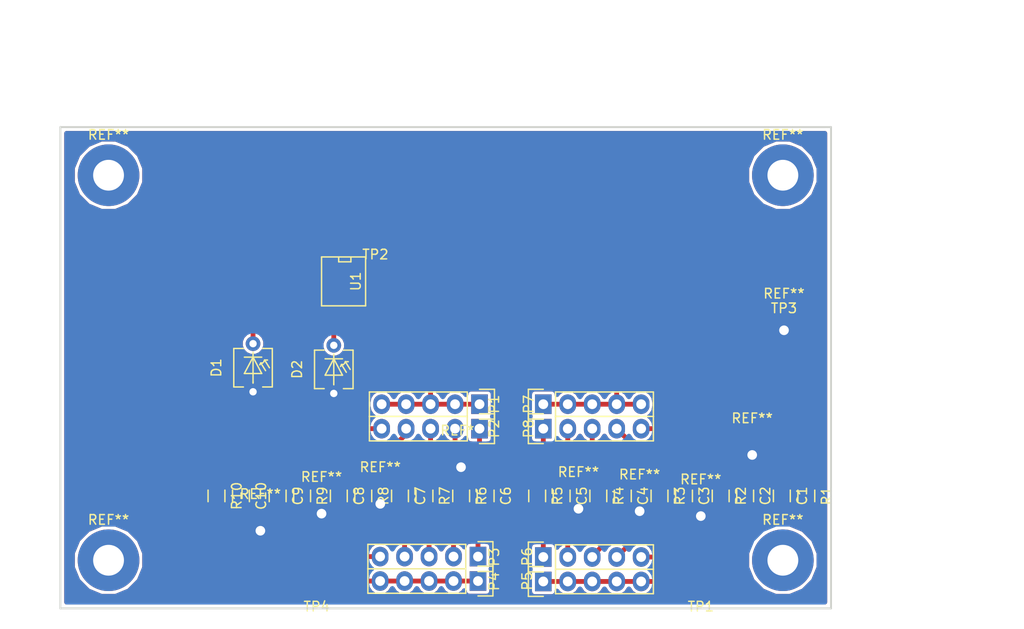
<source format=kicad_pcb>
(kicad_pcb (version 4) (host pcbnew 4.0.5+dfsg1-4)

  (general
    (links 87)
    (no_connects 0)
    (area 100.657143 68.3 220.890477 133.238333)
    (thickness 1.6)
    (drawings 6)
    (tracks 144)
    (zones 0)
    (modules 48)
    (nets 19)
  )

  (page A4)
  (layers
    (0 F.Cu signal)
    (31 B.Cu signal hide)
    (32 B.Adhes user)
    (33 F.Adhes user)
    (34 B.Paste user)
    (35 F.Paste user)
    (36 B.SilkS user)
    (37 F.SilkS user)
    (38 B.Mask user)
    (39 F.Mask user)
    (40 Dwgs.User user)
    (41 Cmts.User user)
    (42 Eco1.User user)
    (43 Eco2.User user)
    (44 Edge.Cuts user)
    (45 Margin user)
    (46 B.CrtYd user)
    (47 F.CrtYd user)
    (48 B.Fab user)
    (49 F.Fab user)
  )

  (setup
    (last_trace_width 0.5)
    (user_trace_width 0.5)
    (trace_clearance 0.2)
    (zone_clearance 0.3)
    (zone_45_only no)
    (trace_min 0.2)
    (segment_width 0.2)
    (edge_width 0.2)
    (via_size 0.6)
    (via_drill 0.4)
    (via_min_size 0.4)
    (via_min_drill 0.3)
    (user_via 1 0.5)
    (uvia_size 0.3)
    (uvia_drill 0.1)
    (uvias_allowed no)
    (uvia_min_size 0.2)
    (uvia_min_drill 0.1)
    (pcb_text_width 0.3)
    (pcb_text_size 1.5 1.5)
    (mod_edge_width 0.15)
    (mod_text_size 1 1)
    (mod_text_width 0.15)
    (pad_size 2.49936 2.49936)
    (pad_drill 1.00076)
    (pad_to_mask_clearance 0.2)
    (aux_axis_origin 0 0)
    (grid_origin 134.874 122.682)
    (visible_elements FFFFFF5F)
    (pcbplotparams
      (layerselection 0x00030_80000001)
      (usegerberextensions false)
      (excludeedgelayer true)
      (linewidth 0.100000)
      (plotframeref false)
      (viasonmask false)
      (mode 1)
      (useauxorigin false)
      (hpglpennumber 1)
      (hpglpenspeed 20)
      (hpglpendiameter 15)
      (hpglpenoverlay 2)
      (psnegative false)
      (psa4output false)
      (plotreference true)
      (plotvalue true)
      (plotinvisibletext false)
      (padsonsilk false)
      (subtractmaskfromsilk false)
      (outputformat 1)
      (mirror false)
      (drillshape 1)
      (scaleselection 1)
      (outputdirectory ""))
  )

  (net 0 "")
  (net 1 "Net-(C1-Pad1)")
  (net 2 "Net-(C2-Pad1)")
  (net 3 "Net-(C3-Pad1)")
  (net 4 "Net-(C4-Pad1)")
  (net 5 "Net-(C5-Pad1)")
  (net 6 "Net-(P1-Pad1)")
  (net 7 "Net-(P4-Pad1)")
  (net 8 "Net-(D1-Pad1)")
  (net 9 GND)
  (net 10 +5V)
  (net 11 "Net-(C6-Pad1)")
  (net 12 "Net-(C7-Pad1)")
  (net 13 "Net-(C8-Pad1)")
  (net 14 "Net-(C9-Pad1)")
  (net 15 "Net-(C10-Pad1)")
  (net 16 "Net-(D2-Pad1)")
  (net 17 "Net-(P5-Pad1)")
  (net 18 "Net-(P7-Pad1)")

  (net_class Default "This is the default net class."
    (clearance 0.2)
    (trace_width 0.25)
    (via_dia 0.6)
    (via_drill 0.4)
    (uvia_dia 0.3)
    (uvia_drill 0.1)
    (add_net +5V)
    (add_net GND)
    (add_net "Net-(C1-Pad1)")
    (add_net "Net-(C10-Pad1)")
    (add_net "Net-(C2-Pad1)")
    (add_net "Net-(C3-Pad1)")
    (add_net "Net-(C4-Pad1)")
    (add_net "Net-(C5-Pad1)")
    (add_net "Net-(C6-Pad1)")
    (add_net "Net-(C7-Pad1)")
    (add_net "Net-(C8-Pad1)")
    (add_net "Net-(C9-Pad1)")
    (add_net "Net-(D1-Pad1)")
    (add_net "Net-(D2-Pad1)")
    (add_net "Net-(P1-Pad1)")
    (add_net "Net-(P4-Pad1)")
    (add_net "Net-(P5-Pad1)")
    (add_net "Net-(P7-Pad1)")
  )

  (module Wire_Pads:SolderWirePad_single_1mmDrill (layer F.Cu) (tedit 58FF196A) (tstamp 58FFB7ED)
    (at 182.118 102.108)
    (fp_text reference REF** (at 0 -3.81) (layer F.SilkS)
      (effects (font (size 1 1) (thickness 0.15)))
    )
    (fp_text value SolderWirePad_single_1mmDrill (at -1.905 3.175) (layer F.Fab)
      (effects (font (size 1 1) (thickness 0.15)))
    )
    (pad 1 thru_hole circle (at 0 0) (size 2.49936 2.49936) (drill 1.00076) (layers *.Cu)
      (net 9 GND))
  )

  (module Wire_Pads:SolderWirePad_single_1mmDrill (layer F.Cu) (tedit 58FF196A) (tstamp 58FFB7E8)
    (at 178.816 115.062)
    (fp_text reference REF** (at 0 -3.81) (layer F.SilkS)
      (effects (font (size 1 1) (thickness 0.15)))
    )
    (fp_text value SolderWirePad_single_1mmDrill (at -1.905 3.175) (layer F.Fab)
      (effects (font (size 1 1) (thickness 0.15)))
    )
    (pad 1 thru_hole circle (at 0 0) (size 2.49936 2.49936) (drill 1.00076) (layers *.Cu)
      (net 9 GND))
  )

  (module Wire_Pads:SolderWirePad_single_1mmDrill (layer F.Cu) (tedit 58FF196A) (tstamp 58FFB7E3)
    (at 167.132 120.904)
    (fp_text reference REF** (at 0 -3.81) (layer F.SilkS)
      (effects (font (size 1 1) (thickness 0.15)))
    )
    (fp_text value SolderWirePad_single_1mmDrill (at -1.905 3.175) (layer F.Fab)
      (effects (font (size 1 1) (thickness 0.15)))
    )
    (pad 1 thru_hole circle (at 0 0) (size 2.49936 2.49936) (drill 1.00076) (layers *.Cu)
      (net 9 GND))
  )

  (module Wire_Pads:SolderWirePad_single_1mmDrill (layer F.Cu) (tedit 58FF196A) (tstamp 58FFB7DE)
    (at 173.482 121.412)
    (fp_text reference REF** (at 0 -3.81) (layer F.SilkS)
      (effects (font (size 1 1) (thickness 0.15)))
    )
    (fp_text value SolderWirePad_single_1mmDrill (at -1.905 3.175) (layer F.Fab)
      (effects (font (size 1 1) (thickness 0.15)))
    )
    (pad 1 thru_hole circle (at 0 0) (size 2.49936 2.49936) (drill 1.00076) (layers *.Cu)
      (net 9 GND))
  )

  (module Wire_Pads:SolderWirePad_single_1mmDrill (layer F.Cu) (tedit 58FF196A) (tstamp 58FFB7D9)
    (at 160.782 120.65)
    (fp_text reference REF** (at 0 -3.81) (layer F.SilkS)
      (effects (font (size 1 1) (thickness 0.15)))
    )
    (fp_text value SolderWirePad_single_1mmDrill (at -1.905 3.175) (layer F.Fab)
      (effects (font (size 1 1) (thickness 0.15)))
    )
    (pad 1 thru_hole circle (at 0 0) (size 2.49936 2.49936) (drill 1.00076) (layers *.Cu)
      (net 9 GND))
  )

  (module Wire_Pads:SolderWirePad_single_1mmDrill (layer F.Cu) (tedit 58FF196A) (tstamp 58FFB7D4)
    (at 148.59 116.332)
    (fp_text reference REF** (at 0 -3.81) (layer F.SilkS)
      (effects (font (size 1 1) (thickness 0.15)))
    )
    (fp_text value SolderWirePad_single_1mmDrill (at -1.905 3.175) (layer F.Fab)
      (effects (font (size 1 1) (thickness 0.15)))
    )
    (pad 1 thru_hole circle (at 0 0) (size 2.49936 2.49936) (drill 1.00076) (layers *.Cu)
      (net 9 GND))
  )

  (module Wire_Pads:SolderWirePad_single_1mmDrill (layer F.Cu) (tedit 58FF196A) (tstamp 58FFB7CF)
    (at 140.208 120.142)
    (fp_text reference REF** (at 0 -3.81) (layer F.SilkS)
      (effects (font (size 1 1) (thickness 0.15)))
    )
    (fp_text value SolderWirePad_single_1mmDrill (at -1.905 3.175) (layer F.Fab)
      (effects (font (size 1 1) (thickness 0.15)))
    )
    (pad 1 thru_hole circle (at 0 0) (size 2.49936 2.49936) (drill 1.00076) (layers *.Cu)
      (net 9 GND))
  )

  (module Wire_Pads:SolderWirePad_single_1mmDrill (layer F.Cu) (tedit 58FF196A) (tstamp 58FFB7CA)
    (at 134.112 121.158)
    (fp_text reference REF** (at 0 -3.81) (layer F.SilkS)
      (effects (font (size 1 1) (thickness 0.15)))
    )
    (fp_text value SolderWirePad_single_1mmDrill (at -1.905 3.175) (layer F.Fab)
      (effects (font (size 1 1) (thickness 0.15)))
    )
    (pad 1 thru_hole circle (at 0 0) (size 2.49936 2.49936) (drill 1.00076) (layers *.Cu)
      (net 9 GND))
  )

  (module Mounting_Holes:MountingHole_3.2mm_M3_Pad (layer F.Cu) (tedit 56D1B4CB) (tstamp 58FF0A6E)
    (at 182 126)
    (descr "Mounting Hole 3.2mm, M3")
    (tags "mounting hole 3.2mm m3")
    (fp_text reference REF** (at 0 -4.2) (layer F.SilkS)
      (effects (font (size 1 1) (thickness 0.15)))
    )
    (fp_text value MountingHole_3.2mm_M3_Pad (at 0 4.2) (layer F.Fab)
      (effects (font (size 1 1) (thickness 0.15)))
    )
    (fp_circle (center 0 0) (end 3.2 0) (layer Cmts.User) (width 0.15))
    (fp_circle (center 0 0) (end 3.45 0) (layer F.CrtYd) (width 0.05))
    (pad 1 thru_hole circle (at 0 0) (size 6.4 6.4) (drill 3.2) (layers *.Cu *.Mask))
  )

  (module Pin_Headers:Pin_Header_Straight_1x05 (layer F.Cu) (tedit 54EA0684) (tstamp 5900189A)
    (at 157.13 109.79 90)
    (descr "Through hole pin header")
    (tags "pin header")
    (path /58FDBBF8)
    (fp_text reference P1 (at 0 -5.1 90) (layer F.SilkS)
      (effects (font (size 1 1) (thickness 0.15)))
    )
    (fp_text value CONN_01X05 (at 0 -3.1 90) (layer F.Fab)
      (effects (font (size 1 1) (thickness 0.15)))
    )
    (fp_line (start -1.55 0) (end -1.55 -1.55) (layer F.SilkS) (width 0.15))
    (fp_line (start -1.55 -1.55) (end 1.55 -1.55) (layer F.SilkS) (width 0.15))
    (fp_line (start 1.55 -1.55) (end 1.55 0) (layer F.SilkS) (width 0.15))
    (fp_line (start -1.75 -1.75) (end -1.75 11.95) (layer F.CrtYd) (width 0.05))
    (fp_line (start 1.75 -1.75) (end 1.75 11.95) (layer F.CrtYd) (width 0.05))
    (fp_line (start -1.75 -1.75) (end 1.75 -1.75) (layer F.CrtYd) (width 0.05))
    (fp_line (start -1.75 11.95) (end 1.75 11.95) (layer F.CrtYd) (width 0.05))
    (fp_line (start 1.27 1.27) (end 1.27 11.43) (layer F.SilkS) (width 0.15))
    (fp_line (start 1.27 11.43) (end -1.27 11.43) (layer F.SilkS) (width 0.15))
    (fp_line (start -1.27 11.43) (end -1.27 1.27) (layer F.SilkS) (width 0.15))
    (fp_line (start 1.27 1.27) (end -1.27 1.27) (layer F.SilkS) (width 0.15))
    (pad 1 thru_hole rect (at 0 0 90) (size 2.032 1.7272) (drill 1.016) (layers *.Cu *.Mask)
      (net 6 "Net-(P1-Pad1)"))
    (pad 2 thru_hole oval (at 0 2.54 90) (size 2.032 1.7272) (drill 1.016) (layers *.Cu *.Mask)
      (net 6 "Net-(P1-Pad1)"))
    (pad 3 thru_hole oval (at 0 5.08 90) (size 2.032 1.7272) (drill 1.016) (layers *.Cu *.Mask)
      (net 6 "Net-(P1-Pad1)"))
    (pad 4 thru_hole oval (at 0 7.62 90) (size 2.032 1.7272) (drill 1.016) (layers *.Cu *.Mask)
      (net 6 "Net-(P1-Pad1)"))
    (pad 5 thru_hole oval (at 0 10.16 90) (size 2.032 1.7272) (drill 1.016) (layers *.Cu *.Mask)
      (net 6 "Net-(P1-Pad1)"))
    (model Pin_Headers.3dshapes/Pin_Header_Straight_1x05.wrl
      (at (xyz 0 -0.2 0))
      (scale (xyz 1 1 1))
      (rotate (xyz 0 0 90))
    )
  )

  (module Pin_Headers:Pin_Header_Straight_1x05 (layer F.Cu) (tedit 54EA0684) (tstamp 590018AE)
    (at 157.13 112.33 90)
    (descr "Through hole pin header")
    (tags "pin header")
    (path /58FDC421)
    (fp_text reference P2 (at 0 -5.1 90) (layer F.SilkS)
      (effects (font (size 1 1) (thickness 0.15)))
    )
    (fp_text value CONN_01X05 (at 0 -3.1 90) (layer F.Fab)
      (effects (font (size 1 1) (thickness 0.15)))
    )
    (fp_line (start -1.55 0) (end -1.55 -1.55) (layer F.SilkS) (width 0.15))
    (fp_line (start -1.55 -1.55) (end 1.55 -1.55) (layer F.SilkS) (width 0.15))
    (fp_line (start 1.55 -1.55) (end 1.55 0) (layer F.SilkS) (width 0.15))
    (fp_line (start -1.75 -1.75) (end -1.75 11.95) (layer F.CrtYd) (width 0.05))
    (fp_line (start 1.75 -1.75) (end 1.75 11.95) (layer F.CrtYd) (width 0.05))
    (fp_line (start -1.75 -1.75) (end 1.75 -1.75) (layer F.CrtYd) (width 0.05))
    (fp_line (start -1.75 11.95) (end 1.75 11.95) (layer F.CrtYd) (width 0.05))
    (fp_line (start 1.27 1.27) (end 1.27 11.43) (layer F.SilkS) (width 0.15))
    (fp_line (start 1.27 11.43) (end -1.27 11.43) (layer F.SilkS) (width 0.15))
    (fp_line (start -1.27 11.43) (end -1.27 1.27) (layer F.SilkS) (width 0.15))
    (fp_line (start 1.27 1.27) (end -1.27 1.27) (layer F.SilkS) (width 0.15))
    (pad 1 thru_hole rect (at 0 0 90) (size 2.032 1.7272) (drill 1.016) (layers *.Cu *.Mask)
      (net 5 "Net-(C5-Pad1)"))
    (pad 2 thru_hole oval (at 0 2.54 90) (size 2.032 1.7272) (drill 1.016) (layers *.Cu *.Mask)
      (net 4 "Net-(C4-Pad1)"))
    (pad 3 thru_hole oval (at 0 5.08 90) (size 2.032 1.7272) (drill 1.016) (layers *.Cu *.Mask)
      (net 3 "Net-(C3-Pad1)"))
    (pad 4 thru_hole oval (at 0 7.62 90) (size 2.032 1.7272) (drill 1.016) (layers *.Cu *.Mask)
      (net 2 "Net-(C2-Pad1)"))
    (pad 5 thru_hole oval (at 0 10.16 90) (size 2.032 1.7272) (drill 1.016) (layers *.Cu *.Mask)
      (net 1 "Net-(C1-Pad1)"))
    (model Pin_Headers.3dshapes/Pin_Header_Straight_1x05.wrl
      (at (xyz 0 -0.2 0))
      (scale (xyz 1 1 1))
      (rotate (xyz 0 0 90))
    )
  )

  (module Pin_Headers:Pin_Header_Straight_1x05 (layer F.Cu) (tedit 54EA0684) (tstamp 590018C2)
    (at 157.13 125.665 90)
    (descr "Through hole pin header")
    (tags "pin header")
    (path /58FDC9E0)
    (fp_text reference P3 (at 0 -5.1 90) (layer F.SilkS)
      (effects (font (size 1 1) (thickness 0.15)))
    )
    (fp_text value CONN_01X05 (at 0 -3.1 90) (layer F.Fab)
      (effects (font (size 1 1) (thickness 0.15)))
    )
    (fp_line (start -1.55 0) (end -1.55 -1.55) (layer F.SilkS) (width 0.15))
    (fp_line (start -1.55 -1.55) (end 1.55 -1.55) (layer F.SilkS) (width 0.15))
    (fp_line (start 1.55 -1.55) (end 1.55 0) (layer F.SilkS) (width 0.15))
    (fp_line (start -1.75 -1.75) (end -1.75 11.95) (layer F.CrtYd) (width 0.05))
    (fp_line (start 1.75 -1.75) (end 1.75 11.95) (layer F.CrtYd) (width 0.05))
    (fp_line (start -1.75 -1.75) (end 1.75 -1.75) (layer F.CrtYd) (width 0.05))
    (fp_line (start -1.75 11.95) (end 1.75 11.95) (layer F.CrtYd) (width 0.05))
    (fp_line (start 1.27 1.27) (end 1.27 11.43) (layer F.SilkS) (width 0.15))
    (fp_line (start 1.27 11.43) (end -1.27 11.43) (layer F.SilkS) (width 0.15))
    (fp_line (start -1.27 11.43) (end -1.27 1.27) (layer F.SilkS) (width 0.15))
    (fp_line (start 1.27 1.27) (end -1.27 1.27) (layer F.SilkS) (width 0.15))
    (pad 1 thru_hole rect (at 0 0 90) (size 2.032 1.7272) (drill 1.016) (layers *.Cu *.Mask)
      (net 5 "Net-(C5-Pad1)"))
    (pad 2 thru_hole oval (at 0 2.54 90) (size 2.032 1.7272) (drill 1.016) (layers *.Cu *.Mask)
      (net 4 "Net-(C4-Pad1)"))
    (pad 3 thru_hole oval (at 0 5.08 90) (size 2.032 1.7272) (drill 1.016) (layers *.Cu *.Mask)
      (net 3 "Net-(C3-Pad1)"))
    (pad 4 thru_hole oval (at 0 7.62 90) (size 2.032 1.7272) (drill 1.016) (layers *.Cu *.Mask)
      (net 2 "Net-(C2-Pad1)"))
    (pad 5 thru_hole oval (at 0 10.16 90) (size 2.032 1.7272) (drill 1.016) (layers *.Cu *.Mask)
      (net 1 "Net-(C1-Pad1)"))
    (model Pin_Headers.3dshapes/Pin_Header_Straight_1x05.wrl
      (at (xyz 0 -0.2 0))
      (scale (xyz 1 1 1))
      (rotate (xyz 0 0 90))
    )
  )

  (module Pin_Headers:Pin_Header_Straight_1x05 (layer F.Cu) (tedit 54EA0684) (tstamp 590018D6)
    (at 157.13 128.205 90)
    (descr "Through hole pin header")
    (tags "pin header")
    (path /58FDC97C)
    (fp_text reference P4 (at 0 -5.1 90) (layer F.SilkS)
      (effects (font (size 1 1) (thickness 0.15)))
    )
    (fp_text value CONN_01X05 (at 0 -3.1 90) (layer F.Fab)
      (effects (font (size 1 1) (thickness 0.15)))
    )
    (fp_line (start -1.55 0) (end -1.55 -1.55) (layer F.SilkS) (width 0.15))
    (fp_line (start -1.55 -1.55) (end 1.55 -1.55) (layer F.SilkS) (width 0.15))
    (fp_line (start 1.55 -1.55) (end 1.55 0) (layer F.SilkS) (width 0.15))
    (fp_line (start -1.75 -1.75) (end -1.75 11.95) (layer F.CrtYd) (width 0.05))
    (fp_line (start 1.75 -1.75) (end 1.75 11.95) (layer F.CrtYd) (width 0.05))
    (fp_line (start -1.75 -1.75) (end 1.75 -1.75) (layer F.CrtYd) (width 0.05))
    (fp_line (start -1.75 11.95) (end 1.75 11.95) (layer F.CrtYd) (width 0.05))
    (fp_line (start 1.27 1.27) (end 1.27 11.43) (layer F.SilkS) (width 0.15))
    (fp_line (start 1.27 11.43) (end -1.27 11.43) (layer F.SilkS) (width 0.15))
    (fp_line (start -1.27 11.43) (end -1.27 1.27) (layer F.SilkS) (width 0.15))
    (fp_line (start 1.27 1.27) (end -1.27 1.27) (layer F.SilkS) (width 0.15))
    (pad 1 thru_hole rect (at 0 0 90) (size 2.032 1.7272) (drill 1.016) (layers *.Cu *.Mask)
      (net 7 "Net-(P4-Pad1)"))
    (pad 2 thru_hole oval (at 0 2.54 90) (size 2.032 1.7272) (drill 1.016) (layers *.Cu *.Mask)
      (net 7 "Net-(P4-Pad1)"))
    (pad 3 thru_hole oval (at 0 5.08 90) (size 2.032 1.7272) (drill 1.016) (layers *.Cu *.Mask)
      (net 7 "Net-(P4-Pad1)"))
    (pad 4 thru_hole oval (at 0 7.62 90) (size 2.032 1.7272) (drill 1.016) (layers *.Cu *.Mask)
      (net 7 "Net-(P4-Pad1)"))
    (pad 5 thru_hole oval (at 0 10.16 90) (size 2.032 1.7272) (drill 1.016) (layers *.Cu *.Mask)
      (net 7 "Net-(P4-Pad1)"))
    (model Pin_Headers.3dshapes/Pin_Header_Straight_1x05.wrl
      (at (xyz 0 -0.2 0))
      (scale (xyz 1 1 1))
      (rotate (xyz 0 0 90))
    )
  )

  (module Photodiodes:BPW34FA (layer F.Cu) (tedit 58FDDC7C) (tstamp 59009014)
    (at 127 106 270)
    (path /58FDDC96)
    (fp_text reference D1 (at 0 3.81 270) (layer F.SilkS)
      (effects (font (size 1 1) (thickness 0.15)))
    )
    (fp_text value BPW34FA (at 0 -3.81 270) (layer F.Fab)
      (effects (font (size 1 1) (thickness 0.15)))
    )
    (fp_line (start -0.8 -1.2) (end -0.6 -1.1) (layer F.SilkS) (width 0.15))
    (fp_line (start -0.8 -1.2) (end -0.8 -1.5) (layer F.SilkS) (width 0.15))
    (fp_line (start -0.5 -0.8) (end -0.5 -1) (layer F.SilkS) (width 0.15))
    (fp_line (start -0.5 -1) (end -0.5 -0.8) (layer F.SilkS) (width 0.15))
    (fp_line (start -0.5 -0.8) (end -0.3 -0.7) (layer F.SilkS) (width 0.15))
    (fp_line (start -0.5 -0.8) (end 0.3 -1.3) (layer F.SilkS) (width 0.15))
    (fp_line (start -0.8 -1.2) (end 0 -1.7) (layer F.SilkS) (width 0.15))
    (fp_line (start -1.1 -0.9) (end -1.1 0.9) (layer F.SilkS) (width 0.15))
    (fp_line (start -1.1 0) (end 0.6 0.9) (layer F.SilkS) (width 0.15))
    (fp_line (start 0.6 0) (end 0.6 0.9) (layer F.SilkS) (width 0.15))
    (fp_line (start 0.6 -0.9) (end 0.6 0) (layer F.SilkS) (width 0.15))
    (fp_line (start -1.1 0) (end 0.6 -0.9) (layer F.SilkS) (width 0.15))
    (fp_line (start -1.6 0) (end 1.5 0) (layer F.SilkS) (width 0.15))
    (fp_line (start 1.5 0) (end 1.6 0) (layer F.SilkS) (width 0.15))
    (fp_line (start 2 1) (end 2 2) (layer F.SilkS) (width 0.15))
    (fp_line (start 2 -2) (end 2 -1) (layer F.SilkS) (width 0.15))
    (fp_line (start -2 1) (end -2 2) (layer F.SilkS) (width 0.15))
    (fp_line (start -2 -2) (end 2 -2) (layer F.SilkS) (width 0.15))
    (fp_line (start -2 2) (end 2 2) (layer F.SilkS) (width 0.15))
    (fp_line (start -2 -2) (end -2 -1) (layer F.SilkS) (width 0.15))
    (pad 1 thru_hole circle (at -2.5 0 270) (size 1.524 1.524) (drill 0.762) (layers *.Cu *.Mask)
      (net 8 "Net-(D1-Pad1)"))
    (pad 2 thru_hole circle (at 2.5 0 270) (size 1.524 1.524) (drill 0.762) (layers *.Cu *.Mask)
      (net 9 GND))
  )

  (module Photodiodes:BPW34FA (layer F.Cu) (tedit 58FDDC7C) (tstamp 59009298)
    (at 135.382 106.172 270)
    (path /58FE921C)
    (fp_text reference D2 (at 0 3.81 270) (layer F.SilkS)
      (effects (font (size 1 1) (thickness 0.15)))
    )
    (fp_text value BPW34 (at 0 -3.81 270) (layer F.Fab)
      (effects (font (size 1 1) (thickness 0.15)))
    )
    (fp_line (start -0.8 -1.2) (end -0.6 -1.1) (layer F.SilkS) (width 0.15))
    (fp_line (start -0.8 -1.2) (end -0.8 -1.5) (layer F.SilkS) (width 0.15))
    (fp_line (start -0.5 -0.8) (end -0.5 -1) (layer F.SilkS) (width 0.15))
    (fp_line (start -0.5 -1) (end -0.5 -0.8) (layer F.SilkS) (width 0.15))
    (fp_line (start -0.5 -0.8) (end -0.3 -0.7) (layer F.SilkS) (width 0.15))
    (fp_line (start -0.5 -0.8) (end 0.3 -1.3) (layer F.SilkS) (width 0.15))
    (fp_line (start -0.8 -1.2) (end 0 -1.7) (layer F.SilkS) (width 0.15))
    (fp_line (start -1.1 -0.9) (end -1.1 0.9) (layer F.SilkS) (width 0.15))
    (fp_line (start -1.1 0) (end 0.6 0.9) (layer F.SilkS) (width 0.15))
    (fp_line (start 0.6 0) (end 0.6 0.9) (layer F.SilkS) (width 0.15))
    (fp_line (start 0.6 -0.9) (end 0.6 0) (layer F.SilkS) (width 0.15))
    (fp_line (start -1.1 0) (end 0.6 -0.9) (layer F.SilkS) (width 0.15))
    (fp_line (start -1.6 0) (end 1.5 0) (layer F.SilkS) (width 0.15))
    (fp_line (start 1.5 0) (end 1.6 0) (layer F.SilkS) (width 0.15))
    (fp_line (start 2 1) (end 2 2) (layer F.SilkS) (width 0.15))
    (fp_line (start 2 -2) (end 2 -1) (layer F.SilkS) (width 0.15))
    (fp_line (start -2 1) (end -2 2) (layer F.SilkS) (width 0.15))
    (fp_line (start -2 -2) (end 2 -2) (layer F.SilkS) (width 0.15))
    (fp_line (start -2 2) (end 2 2) (layer F.SilkS) (width 0.15))
    (fp_line (start -2 -2) (end -2 -1) (layer F.SilkS) (width 0.15))
    (pad 1 thru_hole circle (at -2.5 0 270) (size 1.524 1.524) (drill 0.762) (layers *.Cu *.Mask)
      (net 16 "Net-(D2-Pad1)"))
    (pad 2 thru_hole circle (at 2.5 0 270) (size 1.524 1.524) (drill 0.762) (layers *.Cu *.Mask)
      (net 9 GND))
  )

  (module Pin_Headers:Pin_Header_Straight_1x05 (layer F.Cu) (tedit 54EA0684) (tstamp 590092AC)
    (at 150.352 128.16 270)
    (descr "Through hole pin header")
    (tags "pin header")
    (path /58FE91E6)
    (fp_text reference P5 (at 0 -5.1 270) (layer F.SilkS)
      (effects (font (size 1 1) (thickness 0.15)))
    )
    (fp_text value CONN_01X05 (at 0 -3.1 270) (layer F.Fab)
      (effects (font (size 1 1) (thickness 0.15)))
    )
    (fp_line (start -1.55 0) (end -1.55 -1.55) (layer F.SilkS) (width 0.15))
    (fp_line (start -1.55 -1.55) (end 1.55 -1.55) (layer F.SilkS) (width 0.15))
    (fp_line (start 1.55 -1.55) (end 1.55 0) (layer F.SilkS) (width 0.15))
    (fp_line (start -1.75 -1.75) (end -1.75 11.95) (layer F.CrtYd) (width 0.05))
    (fp_line (start 1.75 -1.75) (end 1.75 11.95) (layer F.CrtYd) (width 0.05))
    (fp_line (start -1.75 -1.75) (end 1.75 -1.75) (layer F.CrtYd) (width 0.05))
    (fp_line (start -1.75 11.95) (end 1.75 11.95) (layer F.CrtYd) (width 0.05))
    (fp_line (start 1.27 1.27) (end 1.27 11.43) (layer F.SilkS) (width 0.15))
    (fp_line (start 1.27 11.43) (end -1.27 11.43) (layer F.SilkS) (width 0.15))
    (fp_line (start -1.27 11.43) (end -1.27 1.27) (layer F.SilkS) (width 0.15))
    (fp_line (start 1.27 1.27) (end -1.27 1.27) (layer F.SilkS) (width 0.15))
    (pad 1 thru_hole rect (at 0 0 270) (size 2.032 1.7272) (drill 1.016) (layers *.Cu *.Mask)
      (net 17 "Net-(P5-Pad1)"))
    (pad 2 thru_hole oval (at 0 2.54 270) (size 2.032 1.7272) (drill 1.016) (layers *.Cu *.Mask)
      (net 17 "Net-(P5-Pad1)"))
    (pad 3 thru_hole oval (at 0 5.08 270) (size 2.032 1.7272) (drill 1.016) (layers *.Cu *.Mask)
      (net 17 "Net-(P5-Pad1)"))
    (pad 4 thru_hole oval (at 0 7.62 270) (size 2.032 1.7272) (drill 1.016) (layers *.Cu *.Mask)
      (net 17 "Net-(P5-Pad1)"))
    (pad 5 thru_hole oval (at 0 10.16 270) (size 2.032 1.7272) (drill 1.016) (layers *.Cu *.Mask)
      (net 17 "Net-(P5-Pad1)"))
    (model Pin_Headers.3dshapes/Pin_Header_Straight_1x05.wrl
      (at (xyz 0 -0.2 0))
      (scale (xyz 1 1 1))
      (rotate (xyz 0 0 90))
    )
  )

  (module Pin_Headers:Pin_Header_Straight_1x05 (layer F.Cu) (tedit 54EA0684) (tstamp 590092C0)
    (at 150.352 125.62 270)
    (descr "Through hole pin header")
    (tags "pin header")
    (path /58FE928D)
    (fp_text reference P6 (at 0 -5.1 270) (layer F.SilkS)
      (effects (font (size 1 1) (thickness 0.15)))
    )
    (fp_text value CONN_01X05 (at 0 -3.1 270) (layer F.Fab)
      (effects (font (size 1 1) (thickness 0.15)))
    )
    (fp_line (start -1.55 0) (end -1.55 -1.55) (layer F.SilkS) (width 0.15))
    (fp_line (start -1.55 -1.55) (end 1.55 -1.55) (layer F.SilkS) (width 0.15))
    (fp_line (start 1.55 -1.55) (end 1.55 0) (layer F.SilkS) (width 0.15))
    (fp_line (start -1.75 -1.75) (end -1.75 11.95) (layer F.CrtYd) (width 0.05))
    (fp_line (start 1.75 -1.75) (end 1.75 11.95) (layer F.CrtYd) (width 0.05))
    (fp_line (start -1.75 -1.75) (end 1.75 -1.75) (layer F.CrtYd) (width 0.05))
    (fp_line (start -1.75 11.95) (end 1.75 11.95) (layer F.CrtYd) (width 0.05))
    (fp_line (start 1.27 1.27) (end 1.27 11.43) (layer F.SilkS) (width 0.15))
    (fp_line (start 1.27 11.43) (end -1.27 11.43) (layer F.SilkS) (width 0.15))
    (fp_line (start -1.27 11.43) (end -1.27 1.27) (layer F.SilkS) (width 0.15))
    (fp_line (start 1.27 1.27) (end -1.27 1.27) (layer F.SilkS) (width 0.15))
    (pad 1 thru_hole rect (at 0 0 270) (size 2.032 1.7272) (drill 1.016) (layers *.Cu *.Mask)
      (net 11 "Net-(C6-Pad1)"))
    (pad 2 thru_hole oval (at 0 2.54 270) (size 2.032 1.7272) (drill 1.016) (layers *.Cu *.Mask)
      (net 12 "Net-(C7-Pad1)"))
    (pad 3 thru_hole oval (at 0 5.08 270) (size 2.032 1.7272) (drill 1.016) (layers *.Cu *.Mask)
      (net 13 "Net-(C8-Pad1)"))
    (pad 4 thru_hole oval (at 0 7.62 270) (size 2.032 1.7272) (drill 1.016) (layers *.Cu *.Mask)
      (net 14 "Net-(C9-Pad1)"))
    (pad 5 thru_hole oval (at 0 10.16 270) (size 2.032 1.7272) (drill 1.016) (layers *.Cu *.Mask)
      (net 15 "Net-(C10-Pad1)"))
    (model Pin_Headers.3dshapes/Pin_Header_Straight_1x05.wrl
      (at (xyz 0 -0.2 0))
      (scale (xyz 1 1 1))
      (rotate (xyz 0 0 90))
    )
  )

  (module Pin_Headers:Pin_Header_Straight_1x05 (layer F.Cu) (tedit 54EA0684) (tstamp 590092D4)
    (at 150.51 109.79 270)
    (descr "Through hole pin header")
    (tags "pin header")
    (path /58FE91CE)
    (fp_text reference P7 (at 0 -5.1 270) (layer F.SilkS)
      (effects (font (size 1 1) (thickness 0.15)))
    )
    (fp_text value CONN_01X05 (at 0 -3.1 270) (layer F.Fab)
      (effects (font (size 1 1) (thickness 0.15)))
    )
    (fp_line (start -1.55 0) (end -1.55 -1.55) (layer F.SilkS) (width 0.15))
    (fp_line (start -1.55 -1.55) (end 1.55 -1.55) (layer F.SilkS) (width 0.15))
    (fp_line (start 1.55 -1.55) (end 1.55 0) (layer F.SilkS) (width 0.15))
    (fp_line (start -1.75 -1.75) (end -1.75 11.95) (layer F.CrtYd) (width 0.05))
    (fp_line (start 1.75 -1.75) (end 1.75 11.95) (layer F.CrtYd) (width 0.05))
    (fp_line (start -1.75 -1.75) (end 1.75 -1.75) (layer F.CrtYd) (width 0.05))
    (fp_line (start -1.75 11.95) (end 1.75 11.95) (layer F.CrtYd) (width 0.05))
    (fp_line (start 1.27 1.27) (end 1.27 11.43) (layer F.SilkS) (width 0.15))
    (fp_line (start 1.27 11.43) (end -1.27 11.43) (layer F.SilkS) (width 0.15))
    (fp_line (start -1.27 11.43) (end -1.27 1.27) (layer F.SilkS) (width 0.15))
    (fp_line (start 1.27 1.27) (end -1.27 1.27) (layer F.SilkS) (width 0.15))
    (pad 1 thru_hole rect (at 0 0 270) (size 2.032 1.7272) (drill 1.016) (layers *.Cu *.Mask)
      (net 18 "Net-(P7-Pad1)"))
    (pad 2 thru_hole oval (at 0 2.54 270) (size 2.032 1.7272) (drill 1.016) (layers *.Cu *.Mask)
      (net 18 "Net-(P7-Pad1)"))
    (pad 3 thru_hole oval (at 0 5.08 270) (size 2.032 1.7272) (drill 1.016) (layers *.Cu *.Mask)
      (net 18 "Net-(P7-Pad1)"))
    (pad 4 thru_hole oval (at 0 7.62 270) (size 2.032 1.7272) (drill 1.016) (layers *.Cu *.Mask)
      (net 18 "Net-(P7-Pad1)"))
    (pad 5 thru_hole oval (at 0 10.16 270) (size 2.032 1.7272) (drill 1.016) (layers *.Cu *.Mask)
      (net 18 "Net-(P7-Pad1)"))
    (model Pin_Headers.3dshapes/Pin_Header_Straight_1x05.wrl
      (at (xyz 0 -0.2 0))
      (scale (xyz 1 1 1))
      (rotate (xyz 0 0 90))
    )
  )

  (module Pin_Headers:Pin_Header_Straight_1x05 (layer F.Cu) (tedit 54EA0684) (tstamp 590092E8)
    (at 150.51 112.33 270)
    (descr "Through hole pin header")
    (tags "pin header")
    (path /58FE91D4)
    (fp_text reference P8 (at 0 -5.1 270) (layer F.SilkS)
      (effects (font (size 1 1) (thickness 0.15)))
    )
    (fp_text value CONN_01X05 (at 0 -3.1 270) (layer F.Fab)
      (effects (font (size 1 1) (thickness 0.15)))
    )
    (fp_line (start -1.55 0) (end -1.55 -1.55) (layer F.SilkS) (width 0.15))
    (fp_line (start -1.55 -1.55) (end 1.55 -1.55) (layer F.SilkS) (width 0.15))
    (fp_line (start 1.55 -1.55) (end 1.55 0) (layer F.SilkS) (width 0.15))
    (fp_line (start -1.75 -1.75) (end -1.75 11.95) (layer F.CrtYd) (width 0.05))
    (fp_line (start 1.75 -1.75) (end 1.75 11.95) (layer F.CrtYd) (width 0.05))
    (fp_line (start -1.75 -1.75) (end 1.75 -1.75) (layer F.CrtYd) (width 0.05))
    (fp_line (start -1.75 11.95) (end 1.75 11.95) (layer F.CrtYd) (width 0.05))
    (fp_line (start 1.27 1.27) (end 1.27 11.43) (layer F.SilkS) (width 0.15))
    (fp_line (start 1.27 11.43) (end -1.27 11.43) (layer F.SilkS) (width 0.15))
    (fp_line (start -1.27 11.43) (end -1.27 1.27) (layer F.SilkS) (width 0.15))
    (fp_line (start 1.27 1.27) (end -1.27 1.27) (layer F.SilkS) (width 0.15))
    (pad 1 thru_hole rect (at 0 0 270) (size 2.032 1.7272) (drill 1.016) (layers *.Cu *.Mask)
      (net 11 "Net-(C6-Pad1)"))
    (pad 2 thru_hole oval (at 0 2.54 270) (size 2.032 1.7272) (drill 1.016) (layers *.Cu *.Mask)
      (net 12 "Net-(C7-Pad1)"))
    (pad 3 thru_hole oval (at 0 5.08 270) (size 2.032 1.7272) (drill 1.016) (layers *.Cu *.Mask)
      (net 13 "Net-(C8-Pad1)"))
    (pad 4 thru_hole oval (at 0 7.62 270) (size 2.032 1.7272) (drill 1.016) (layers *.Cu *.Mask)
      (net 14 "Net-(C9-Pad1)"))
    (pad 5 thru_hole oval (at 0 10.16 270) (size 2.032 1.7272) (drill 1.016) (layers *.Cu *.Mask)
      (net 15 "Net-(C10-Pad1)"))
    (model Pin_Headers.3dshapes/Pin_Header_Straight_1x05.wrl
      (at (xyz 0 -0.2 0))
      (scale (xyz 1 1 1))
      (rotate (xyz 0 0 90))
    )
  )

  (module Resistors_SMD:R_0805 (layer F.Cu) (tedit 58307B54) (tstamp 59009338)
    (at 123.205 119.315 270)
    (descr "Resistor SMD 0805, reflow soldering, Vishay (see dcrcw.pdf)")
    (tags "resistor 0805")
    (path /58FE91DA)
    (attr smd)
    (fp_text reference R10 (at 0 -2.1 270) (layer F.SilkS)
      (effects (font (size 1 1) (thickness 0.15)))
    )
    (fp_text value 100M (at 0 2.1 270) (layer F.Fab)
      (effects (font (size 1 1) (thickness 0.15)))
    )
    (fp_line (start -1 0.625) (end -1 -0.625) (layer F.Fab) (width 0.1))
    (fp_line (start 1 0.625) (end -1 0.625) (layer F.Fab) (width 0.1))
    (fp_line (start 1 -0.625) (end 1 0.625) (layer F.Fab) (width 0.1))
    (fp_line (start -1 -0.625) (end 1 -0.625) (layer F.Fab) (width 0.1))
    (fp_line (start -1.6 -1) (end 1.6 -1) (layer F.CrtYd) (width 0.05))
    (fp_line (start -1.6 1) (end 1.6 1) (layer F.CrtYd) (width 0.05))
    (fp_line (start -1.6 -1) (end -1.6 1) (layer F.CrtYd) (width 0.05))
    (fp_line (start 1.6 -1) (end 1.6 1) (layer F.CrtYd) (width 0.05))
    (fp_line (start 0.6 0.875) (end -0.6 0.875) (layer F.SilkS) (width 0.15))
    (fp_line (start -0.6 -0.875) (end 0.6 -0.875) (layer F.SilkS) (width 0.15))
    (pad 1 smd rect (at -0.95 0 270) (size 0.7 1.3) (layers F.Cu F.Paste F.Mask)
      (net 15 "Net-(C10-Pad1)"))
    (pad 2 smd rect (at 0.95 0 270) (size 0.7 1.3) (layers F.Cu F.Paste F.Mask)
      (net 9 GND))
    (model Resistors_SMD.3dshapes/R_0805.wrl
      (at (xyz 0 0 0))
      (scale (xyz 1 1 1))
      (rotate (xyz 0 0 0))
    )
  )

  (module Resistors_SMD:R_0805 (layer F.Cu) (tedit 58307B54) (tstamp 58FDEFD0)
    (at 184.435 119.315 270)
    (descr "Resistor SMD 0805, reflow soldering, Vishay (see dcrcw.pdf)")
    (tags "resistor 0805")
    (path /58FDC47A)
    (attr smd)
    (fp_text reference R1 (at 0 -2.1 270) (layer F.SilkS)
      (effects (font (size 1 1) (thickness 0.15)))
    )
    (fp_text value 100M (at 0 2.1 270) (layer F.Fab)
      (effects (font (size 1 1) (thickness 0.15)))
    )
    (fp_line (start -1 0.625) (end -1 -0.625) (layer F.Fab) (width 0.1))
    (fp_line (start 1 0.625) (end -1 0.625) (layer F.Fab) (width 0.1))
    (fp_line (start 1 -0.625) (end 1 0.625) (layer F.Fab) (width 0.1))
    (fp_line (start -1 -0.625) (end 1 -0.625) (layer F.Fab) (width 0.1))
    (fp_line (start -1.6 -1) (end 1.6 -1) (layer F.CrtYd) (width 0.05))
    (fp_line (start -1.6 1) (end 1.6 1) (layer F.CrtYd) (width 0.05))
    (fp_line (start -1.6 -1) (end -1.6 1) (layer F.CrtYd) (width 0.05))
    (fp_line (start 1.6 -1) (end 1.6 1) (layer F.CrtYd) (width 0.05))
    (fp_line (start 0.6 0.875) (end -0.6 0.875) (layer F.SilkS) (width 0.15))
    (fp_line (start -0.6 -0.875) (end 0.6 -0.875) (layer F.SilkS) (width 0.15))
    (pad 1 smd rect (at -0.95 0 270) (size 0.7 1.3) (layers F.Cu F.Paste F.Mask)
      (net 1 "Net-(C1-Pad1)"))
    (pad 2 smd rect (at 0.95 0 270) (size 0.7 1.3) (layers F.Cu F.Paste F.Mask)
      (net 9 GND))
    (model Resistors_SMD.3dshapes/R_0805.wrl
      (at (xyz 0 0 0))
      (scale (xyz 1 1 1))
      (rotate (xyz 0 0 0))
    )
  )

  (module Resistors_SMD:R_0805 (layer F.Cu) (tedit 58307B54) (tstamp 58FDEFD5)
    (at 175.545 119.315 270)
    (descr "Resistor SMD 0805, reflow soldering, Vishay (see dcrcw.pdf)")
    (tags "resistor 0805")
    (path /58FDCBC3)
    (attr smd)
    (fp_text reference R2 (at 0 -2.1 270) (layer F.SilkS)
      (effects (font (size 1 1) (thickness 0.15)))
    )
    (fp_text value 10M (at 0 2.1 270) (layer F.Fab)
      (effects (font (size 1 1) (thickness 0.15)))
    )
    (fp_line (start -1 0.625) (end -1 -0.625) (layer F.Fab) (width 0.1))
    (fp_line (start 1 0.625) (end -1 0.625) (layer F.Fab) (width 0.1))
    (fp_line (start 1 -0.625) (end 1 0.625) (layer F.Fab) (width 0.1))
    (fp_line (start -1 -0.625) (end 1 -0.625) (layer F.Fab) (width 0.1))
    (fp_line (start -1.6 -1) (end 1.6 -1) (layer F.CrtYd) (width 0.05))
    (fp_line (start -1.6 1) (end 1.6 1) (layer F.CrtYd) (width 0.05))
    (fp_line (start -1.6 -1) (end -1.6 1) (layer F.CrtYd) (width 0.05))
    (fp_line (start 1.6 -1) (end 1.6 1) (layer F.CrtYd) (width 0.05))
    (fp_line (start 0.6 0.875) (end -0.6 0.875) (layer F.SilkS) (width 0.15))
    (fp_line (start -0.6 -0.875) (end 0.6 -0.875) (layer F.SilkS) (width 0.15))
    (pad 1 smd rect (at -0.95 0 270) (size 0.7 1.3) (layers F.Cu F.Paste F.Mask)
      (net 2 "Net-(C2-Pad1)"))
    (pad 2 smd rect (at 0.95 0 270) (size 0.7 1.3) (layers F.Cu F.Paste F.Mask)
      (net 9 GND))
    (model Resistors_SMD.3dshapes/R_0805.wrl
      (at (xyz 0 0 0))
      (scale (xyz 1 1 1))
      (rotate (xyz 0 0 0))
    )
  )

  (module Resistors_SMD:R_0805 (layer F.Cu) (tedit 58307B54) (tstamp 58FDEFDA)
    (at 169.195 119.315 270)
    (descr "Resistor SMD 0805, reflow soldering, Vishay (see dcrcw.pdf)")
    (tags "resistor 0805")
    (path /58FDCCA7)
    (attr smd)
    (fp_text reference R3 (at 0 -2.1 270) (layer F.SilkS)
      (effects (font (size 1 1) (thickness 0.15)))
    )
    (fp_text value 1M (at 0 2.1 270) (layer F.Fab)
      (effects (font (size 1 1) (thickness 0.15)))
    )
    (fp_line (start -1 0.625) (end -1 -0.625) (layer F.Fab) (width 0.1))
    (fp_line (start 1 0.625) (end -1 0.625) (layer F.Fab) (width 0.1))
    (fp_line (start 1 -0.625) (end 1 0.625) (layer F.Fab) (width 0.1))
    (fp_line (start -1 -0.625) (end 1 -0.625) (layer F.Fab) (width 0.1))
    (fp_line (start -1.6 -1) (end 1.6 -1) (layer F.CrtYd) (width 0.05))
    (fp_line (start -1.6 1) (end 1.6 1) (layer F.CrtYd) (width 0.05))
    (fp_line (start -1.6 -1) (end -1.6 1) (layer F.CrtYd) (width 0.05))
    (fp_line (start 1.6 -1) (end 1.6 1) (layer F.CrtYd) (width 0.05))
    (fp_line (start 0.6 0.875) (end -0.6 0.875) (layer F.SilkS) (width 0.15))
    (fp_line (start -0.6 -0.875) (end 0.6 -0.875) (layer F.SilkS) (width 0.15))
    (pad 1 smd rect (at -0.95 0 270) (size 0.7 1.3) (layers F.Cu F.Paste F.Mask)
      (net 3 "Net-(C3-Pad1)"))
    (pad 2 smd rect (at 0.95 0 270) (size 0.7 1.3) (layers F.Cu F.Paste F.Mask)
      (net 9 GND))
    (model Resistors_SMD.3dshapes/R_0805.wrl
      (at (xyz 0 0 0))
      (scale (xyz 1 1 1))
      (rotate (xyz 0 0 0))
    )
  )

  (module Resistors_SMD:R_0805 (layer F.Cu) (tedit 58307B54) (tstamp 58FDEFDF)
    (at 162.845 119.315 270)
    (descr "Resistor SMD 0805, reflow soldering, Vishay (see dcrcw.pdf)")
    (tags "resistor 0805")
    (path /58FDCD16)
    (attr smd)
    (fp_text reference R4 (at 0 -2.1 270) (layer F.SilkS)
      (effects (font (size 1 1) (thickness 0.15)))
    )
    (fp_text value 100k (at 0 2.1 270) (layer F.Fab)
      (effects (font (size 1 1) (thickness 0.15)))
    )
    (fp_line (start -1 0.625) (end -1 -0.625) (layer F.Fab) (width 0.1))
    (fp_line (start 1 0.625) (end -1 0.625) (layer F.Fab) (width 0.1))
    (fp_line (start 1 -0.625) (end 1 0.625) (layer F.Fab) (width 0.1))
    (fp_line (start -1 -0.625) (end 1 -0.625) (layer F.Fab) (width 0.1))
    (fp_line (start -1.6 -1) (end 1.6 -1) (layer F.CrtYd) (width 0.05))
    (fp_line (start -1.6 1) (end 1.6 1) (layer F.CrtYd) (width 0.05))
    (fp_line (start -1.6 -1) (end -1.6 1) (layer F.CrtYd) (width 0.05))
    (fp_line (start 1.6 -1) (end 1.6 1) (layer F.CrtYd) (width 0.05))
    (fp_line (start 0.6 0.875) (end -0.6 0.875) (layer F.SilkS) (width 0.15))
    (fp_line (start -0.6 -0.875) (end 0.6 -0.875) (layer F.SilkS) (width 0.15))
    (pad 1 smd rect (at -0.95 0 270) (size 0.7 1.3) (layers F.Cu F.Paste F.Mask)
      (net 4 "Net-(C4-Pad1)"))
    (pad 2 smd rect (at 0.95 0 270) (size 0.7 1.3) (layers F.Cu F.Paste F.Mask)
      (net 9 GND))
    (model Resistors_SMD.3dshapes/R_0805.wrl
      (at (xyz 0 0 0))
      (scale (xyz 1 1 1))
      (rotate (xyz 0 0 0))
    )
  )

  (module Resistors_SMD:R_0805 (layer F.Cu) (tedit 58307B54) (tstamp 58FDEFE4)
    (at 156.495 119.315 270)
    (descr "Resistor SMD 0805, reflow soldering, Vishay (see dcrcw.pdf)")
    (tags "resistor 0805")
    (path /58FDCDBF)
    (attr smd)
    (fp_text reference R5 (at 0 -2.1 270) (layer F.SilkS)
      (effects (font (size 1 1) (thickness 0.15)))
    )
    (fp_text value 10k (at 0 2.1 270) (layer F.Fab)
      (effects (font (size 1 1) (thickness 0.15)))
    )
    (fp_line (start -1 0.625) (end -1 -0.625) (layer F.Fab) (width 0.1))
    (fp_line (start 1 0.625) (end -1 0.625) (layer F.Fab) (width 0.1))
    (fp_line (start 1 -0.625) (end 1 0.625) (layer F.Fab) (width 0.1))
    (fp_line (start -1 -0.625) (end 1 -0.625) (layer F.Fab) (width 0.1))
    (fp_line (start -1.6 -1) (end 1.6 -1) (layer F.CrtYd) (width 0.05))
    (fp_line (start -1.6 1) (end 1.6 1) (layer F.CrtYd) (width 0.05))
    (fp_line (start -1.6 -1) (end -1.6 1) (layer F.CrtYd) (width 0.05))
    (fp_line (start 1.6 -1) (end 1.6 1) (layer F.CrtYd) (width 0.05))
    (fp_line (start 0.6 0.875) (end -0.6 0.875) (layer F.SilkS) (width 0.15))
    (fp_line (start -0.6 -0.875) (end 0.6 -0.875) (layer F.SilkS) (width 0.15))
    (pad 1 smd rect (at -0.95 0 270) (size 0.7 1.3) (layers F.Cu F.Paste F.Mask)
      (net 5 "Net-(C5-Pad1)"))
    (pad 2 smd rect (at 0.95 0 270) (size 0.7 1.3) (layers F.Cu F.Paste F.Mask)
      (net 9 GND))
    (model Resistors_SMD.3dshapes/R_0805.wrl
      (at (xyz 0 0 0))
      (scale (xyz 1 1 1))
      (rotate (xyz 0 0 0))
    )
  )

  (module Resistors_SMD:R_0805 (layer F.Cu) (tedit 58307B54) (tstamp 58FDEFE9)
    (at 148.605 119.315 270)
    (descr "Resistor SMD 0805, reflow soldering, Vishay (see dcrcw.pdf)")
    (tags "resistor 0805")
    (path /58FE9210)
    (attr smd)
    (fp_text reference R6 (at 0 -2.1 270) (layer F.SilkS)
      (effects (font (size 1 1) (thickness 0.15)))
    )
    (fp_text value 10k (at 0 2.1 270) (layer F.Fab)
      (effects (font (size 1 1) (thickness 0.15)))
    )
    (fp_line (start -1 0.625) (end -1 -0.625) (layer F.Fab) (width 0.1))
    (fp_line (start 1 0.625) (end -1 0.625) (layer F.Fab) (width 0.1))
    (fp_line (start 1 -0.625) (end 1 0.625) (layer F.Fab) (width 0.1))
    (fp_line (start -1 -0.625) (end 1 -0.625) (layer F.Fab) (width 0.1))
    (fp_line (start -1.6 -1) (end 1.6 -1) (layer F.CrtYd) (width 0.05))
    (fp_line (start -1.6 1) (end 1.6 1) (layer F.CrtYd) (width 0.05))
    (fp_line (start -1.6 -1) (end -1.6 1) (layer F.CrtYd) (width 0.05))
    (fp_line (start 1.6 -1) (end 1.6 1) (layer F.CrtYd) (width 0.05))
    (fp_line (start 0.6 0.875) (end -0.6 0.875) (layer F.SilkS) (width 0.15))
    (fp_line (start -0.6 -0.875) (end 0.6 -0.875) (layer F.SilkS) (width 0.15))
    (pad 1 smd rect (at -0.95 0 270) (size 0.7 1.3) (layers F.Cu F.Paste F.Mask)
      (net 11 "Net-(C6-Pad1)"))
    (pad 2 smd rect (at 0.95 0 270) (size 0.7 1.3) (layers F.Cu F.Paste F.Mask)
      (net 9 GND))
    (model Resistors_SMD.3dshapes/R_0805.wrl
      (at (xyz 0 0 0))
      (scale (xyz 1 1 1))
      (rotate (xyz 0 0 0))
    )
  )

  (module Resistors_SMD:R_0805 (layer F.Cu) (tedit 58307B54) (tstamp 58FDEFEE)
    (at 144.795 119.315 270)
    (descr "Resistor SMD 0805, reflow soldering, Vishay (see dcrcw.pdf)")
    (tags "resistor 0805")
    (path /58FE9204)
    (attr smd)
    (fp_text reference R7 (at 0 -2.1 270) (layer F.SilkS)
      (effects (font (size 1 1) (thickness 0.15)))
    )
    (fp_text value 100k (at 0 2.1 270) (layer F.Fab)
      (effects (font (size 1 1) (thickness 0.15)))
    )
    (fp_line (start -1 0.625) (end -1 -0.625) (layer F.Fab) (width 0.1))
    (fp_line (start 1 0.625) (end -1 0.625) (layer F.Fab) (width 0.1))
    (fp_line (start 1 -0.625) (end 1 0.625) (layer F.Fab) (width 0.1))
    (fp_line (start -1 -0.625) (end 1 -0.625) (layer F.Fab) (width 0.1))
    (fp_line (start -1.6 -1) (end 1.6 -1) (layer F.CrtYd) (width 0.05))
    (fp_line (start -1.6 1) (end 1.6 1) (layer F.CrtYd) (width 0.05))
    (fp_line (start -1.6 -1) (end -1.6 1) (layer F.CrtYd) (width 0.05))
    (fp_line (start 1.6 -1) (end 1.6 1) (layer F.CrtYd) (width 0.05))
    (fp_line (start 0.6 0.875) (end -0.6 0.875) (layer F.SilkS) (width 0.15))
    (fp_line (start -0.6 -0.875) (end 0.6 -0.875) (layer F.SilkS) (width 0.15))
    (pad 1 smd rect (at -0.95 0 270) (size 0.7 1.3) (layers F.Cu F.Paste F.Mask)
      (net 12 "Net-(C7-Pad1)"))
    (pad 2 smd rect (at 0.95 0 270) (size 0.7 1.3) (layers F.Cu F.Paste F.Mask)
      (net 9 GND))
    (model Resistors_SMD.3dshapes/R_0805.wrl
      (at (xyz 0 0 0))
      (scale (xyz 1 1 1))
      (rotate (xyz 0 0 0))
    )
  )

  (module Resistors_SMD:R_0805 (layer F.Cu) (tedit 58307B54) (tstamp 58FDEFF3)
    (at 138.445 119.315 270)
    (descr "Resistor SMD 0805, reflow soldering, Vishay (see dcrcw.pdf)")
    (tags "resistor 0805")
    (path /58FE91F8)
    (attr smd)
    (fp_text reference R8 (at 0 -2.1 270) (layer F.SilkS)
      (effects (font (size 1 1) (thickness 0.15)))
    )
    (fp_text value 1M (at 0 2.1 270) (layer F.Fab)
      (effects (font (size 1 1) (thickness 0.15)))
    )
    (fp_line (start -1 0.625) (end -1 -0.625) (layer F.Fab) (width 0.1))
    (fp_line (start 1 0.625) (end -1 0.625) (layer F.Fab) (width 0.1))
    (fp_line (start 1 -0.625) (end 1 0.625) (layer F.Fab) (width 0.1))
    (fp_line (start -1 -0.625) (end 1 -0.625) (layer F.Fab) (width 0.1))
    (fp_line (start -1.6 -1) (end 1.6 -1) (layer F.CrtYd) (width 0.05))
    (fp_line (start -1.6 1) (end 1.6 1) (layer F.CrtYd) (width 0.05))
    (fp_line (start -1.6 -1) (end -1.6 1) (layer F.CrtYd) (width 0.05))
    (fp_line (start 1.6 -1) (end 1.6 1) (layer F.CrtYd) (width 0.05))
    (fp_line (start 0.6 0.875) (end -0.6 0.875) (layer F.SilkS) (width 0.15))
    (fp_line (start -0.6 -0.875) (end 0.6 -0.875) (layer F.SilkS) (width 0.15))
    (pad 1 smd rect (at -0.95 0 270) (size 0.7 1.3) (layers F.Cu F.Paste F.Mask)
      (net 13 "Net-(C8-Pad1)"))
    (pad 2 smd rect (at 0.95 0 270) (size 0.7 1.3) (layers F.Cu F.Paste F.Mask)
      (net 9 GND))
    (model Resistors_SMD.3dshapes/R_0805.wrl
      (at (xyz 0 0 0))
      (scale (xyz 1 1 1))
      (rotate (xyz 0 0 0))
    )
  )

  (module Resistors_SMD:R_0805 (layer F.Cu) (tedit 58307B54) (tstamp 58FDEFF8)
    (at 132.095 119.315 270)
    (descr "Resistor SMD 0805, reflow soldering, Vishay (see dcrcw.pdf)")
    (tags "resistor 0805")
    (path /58FE91EC)
    (attr smd)
    (fp_text reference R9 (at 0 -2.1 270) (layer F.SilkS)
      (effects (font (size 1 1) (thickness 0.15)))
    )
    (fp_text value 10M (at 0 2.1 270) (layer F.Fab)
      (effects (font (size 1 1) (thickness 0.15)))
    )
    (fp_line (start -1 0.625) (end -1 -0.625) (layer F.Fab) (width 0.1))
    (fp_line (start 1 0.625) (end -1 0.625) (layer F.Fab) (width 0.1))
    (fp_line (start 1 -0.625) (end 1 0.625) (layer F.Fab) (width 0.1))
    (fp_line (start -1 -0.625) (end 1 -0.625) (layer F.Fab) (width 0.1))
    (fp_line (start -1.6 -1) (end 1.6 -1) (layer F.CrtYd) (width 0.05))
    (fp_line (start -1.6 1) (end 1.6 1) (layer F.CrtYd) (width 0.05))
    (fp_line (start -1.6 -1) (end -1.6 1) (layer F.CrtYd) (width 0.05))
    (fp_line (start 1.6 -1) (end 1.6 1) (layer F.CrtYd) (width 0.05))
    (fp_line (start 0.6 0.875) (end -0.6 0.875) (layer F.SilkS) (width 0.15))
    (fp_line (start -0.6 -0.875) (end 0.6 -0.875) (layer F.SilkS) (width 0.15))
    (pad 1 smd rect (at -0.95 0 270) (size 0.7 1.3) (layers F.Cu F.Paste F.Mask)
      (net 14 "Net-(C9-Pad1)"))
    (pad 2 smd rect (at 0.95 0 270) (size 0.7 1.3) (layers F.Cu F.Paste F.Mask)
      (net 9 GND))
    (model Resistors_SMD.3dshapes/R_0805.wrl
      (at (xyz 0 0 0))
      (scale (xyz 1 1 1))
      (rotate (xyz 0 0 0))
    )
  )

  (module Resistors_SMD:R_0805 (layer F.Cu) (tedit 58307B54) (tstamp 58FE111C)
    (at 181.895 119.315 270)
    (descr "Resistor SMD 0805, reflow soldering, Vishay (see dcrcw.pdf)")
    (tags "resistor 0805")
    (path /58FDC56B)
    (attr smd)
    (fp_text reference C1 (at 0 -2.1 270) (layer F.SilkS)
      (effects (font (size 1 1) (thickness 0.15)))
    )
    (fp_text value 1p (at 0 2.1 270) (layer F.Fab)
      (effects (font (size 1 1) (thickness 0.15)))
    )
    (fp_line (start -1 0.625) (end -1 -0.625) (layer F.Fab) (width 0.1))
    (fp_line (start 1 0.625) (end -1 0.625) (layer F.Fab) (width 0.1))
    (fp_line (start 1 -0.625) (end 1 0.625) (layer F.Fab) (width 0.1))
    (fp_line (start -1 -0.625) (end 1 -0.625) (layer F.Fab) (width 0.1))
    (fp_line (start -1.6 -1) (end 1.6 -1) (layer F.CrtYd) (width 0.05))
    (fp_line (start -1.6 1) (end 1.6 1) (layer F.CrtYd) (width 0.05))
    (fp_line (start -1.6 -1) (end -1.6 1) (layer F.CrtYd) (width 0.05))
    (fp_line (start 1.6 -1) (end 1.6 1) (layer F.CrtYd) (width 0.05))
    (fp_line (start 0.6 0.875) (end -0.6 0.875) (layer F.SilkS) (width 0.15))
    (fp_line (start -0.6 -0.875) (end 0.6 -0.875) (layer F.SilkS) (width 0.15))
    (pad 1 smd rect (at -0.95 0 270) (size 0.7 1.3) (layers F.Cu F.Paste F.Mask)
      (net 1 "Net-(C1-Pad1)"))
    (pad 2 smd rect (at 0.95 0 270) (size 0.7 1.3) (layers F.Cu F.Paste F.Mask)
      (net 9 GND))
    (model Resistors_SMD.3dshapes/R_0805.wrl
      (at (xyz 0 0 0))
      (scale (xyz 1 1 1))
      (rotate (xyz 0 0 0))
    )
  )

  (module Resistors_SMD:R_0805 (layer F.Cu) (tedit 58307B54) (tstamp 58FE1121)
    (at 178.085 119.315 270)
    (descr "Resistor SMD 0805, reflow soldering, Vishay (see dcrcw.pdf)")
    (tags "resistor 0805")
    (path /58FDCBC9)
    (attr smd)
    (fp_text reference C2 (at 0 -2.1 270) (layer F.SilkS)
      (effects (font (size 1 1) (thickness 0.15)))
    )
    (fp_text value 10p (at 0 2.1 270) (layer F.Fab)
      (effects (font (size 1 1) (thickness 0.15)))
    )
    (fp_line (start -1 0.625) (end -1 -0.625) (layer F.Fab) (width 0.1))
    (fp_line (start 1 0.625) (end -1 0.625) (layer F.Fab) (width 0.1))
    (fp_line (start 1 -0.625) (end 1 0.625) (layer F.Fab) (width 0.1))
    (fp_line (start -1 -0.625) (end 1 -0.625) (layer F.Fab) (width 0.1))
    (fp_line (start -1.6 -1) (end 1.6 -1) (layer F.CrtYd) (width 0.05))
    (fp_line (start -1.6 1) (end 1.6 1) (layer F.CrtYd) (width 0.05))
    (fp_line (start -1.6 -1) (end -1.6 1) (layer F.CrtYd) (width 0.05))
    (fp_line (start 1.6 -1) (end 1.6 1) (layer F.CrtYd) (width 0.05))
    (fp_line (start 0.6 0.875) (end -0.6 0.875) (layer F.SilkS) (width 0.15))
    (fp_line (start -0.6 -0.875) (end 0.6 -0.875) (layer F.SilkS) (width 0.15))
    (pad 1 smd rect (at -0.95 0 270) (size 0.7 1.3) (layers F.Cu F.Paste F.Mask)
      (net 2 "Net-(C2-Pad1)"))
    (pad 2 smd rect (at 0.95 0 270) (size 0.7 1.3) (layers F.Cu F.Paste F.Mask)
      (net 9 GND))
    (model Resistors_SMD.3dshapes/R_0805.wrl
      (at (xyz 0 0 0))
      (scale (xyz 1 1 1))
      (rotate (xyz 0 0 0))
    )
  )

  (module Resistors_SMD:R_0805 (layer F.Cu) (tedit 58307B54) (tstamp 58FE1126)
    (at 171.735 119.315 270)
    (descr "Resistor SMD 0805, reflow soldering, Vishay (see dcrcw.pdf)")
    (tags "resistor 0805")
    (path /58FDCCAD)
    (attr smd)
    (fp_text reference C3 (at 0 -2.1 270) (layer F.SilkS)
      (effects (font (size 1 1) (thickness 0.15)))
    )
    (fp_text value 100p (at 0 2.1 270) (layer F.Fab)
      (effects (font (size 1 1) (thickness 0.15)))
    )
    (fp_line (start -1 0.625) (end -1 -0.625) (layer F.Fab) (width 0.1))
    (fp_line (start 1 0.625) (end -1 0.625) (layer F.Fab) (width 0.1))
    (fp_line (start 1 -0.625) (end 1 0.625) (layer F.Fab) (width 0.1))
    (fp_line (start -1 -0.625) (end 1 -0.625) (layer F.Fab) (width 0.1))
    (fp_line (start -1.6 -1) (end 1.6 -1) (layer F.CrtYd) (width 0.05))
    (fp_line (start -1.6 1) (end 1.6 1) (layer F.CrtYd) (width 0.05))
    (fp_line (start -1.6 -1) (end -1.6 1) (layer F.CrtYd) (width 0.05))
    (fp_line (start 1.6 -1) (end 1.6 1) (layer F.CrtYd) (width 0.05))
    (fp_line (start 0.6 0.875) (end -0.6 0.875) (layer F.SilkS) (width 0.15))
    (fp_line (start -0.6 -0.875) (end 0.6 -0.875) (layer F.SilkS) (width 0.15))
    (pad 1 smd rect (at -0.95 0 270) (size 0.7 1.3) (layers F.Cu F.Paste F.Mask)
      (net 3 "Net-(C3-Pad1)"))
    (pad 2 smd rect (at 0.95 0 270) (size 0.7 1.3) (layers F.Cu F.Paste F.Mask)
      (net 9 GND))
    (model Resistors_SMD.3dshapes/R_0805.wrl
      (at (xyz 0 0 0))
      (scale (xyz 1 1 1))
      (rotate (xyz 0 0 0))
    )
  )

  (module Resistors_SMD:R_0805 (layer F.Cu) (tedit 58307B54) (tstamp 58FE112B)
    (at 165.385 119.315 270)
    (descr "Resistor SMD 0805, reflow soldering, Vishay (see dcrcw.pdf)")
    (tags "resistor 0805")
    (path /58FDCD1C)
    (attr smd)
    (fp_text reference C4 (at 0 -2.1 270) (layer F.SilkS)
      (effects (font (size 1 1) (thickness 0.15)))
    )
    (fp_text value 1n (at 0 2.1 270) (layer F.Fab)
      (effects (font (size 1 1) (thickness 0.15)))
    )
    (fp_line (start -1 0.625) (end -1 -0.625) (layer F.Fab) (width 0.1))
    (fp_line (start 1 0.625) (end -1 0.625) (layer F.Fab) (width 0.1))
    (fp_line (start 1 -0.625) (end 1 0.625) (layer F.Fab) (width 0.1))
    (fp_line (start -1 -0.625) (end 1 -0.625) (layer F.Fab) (width 0.1))
    (fp_line (start -1.6 -1) (end 1.6 -1) (layer F.CrtYd) (width 0.05))
    (fp_line (start -1.6 1) (end 1.6 1) (layer F.CrtYd) (width 0.05))
    (fp_line (start -1.6 -1) (end -1.6 1) (layer F.CrtYd) (width 0.05))
    (fp_line (start 1.6 -1) (end 1.6 1) (layer F.CrtYd) (width 0.05))
    (fp_line (start 0.6 0.875) (end -0.6 0.875) (layer F.SilkS) (width 0.15))
    (fp_line (start -0.6 -0.875) (end 0.6 -0.875) (layer F.SilkS) (width 0.15))
    (pad 1 smd rect (at -0.95 0 270) (size 0.7 1.3) (layers F.Cu F.Paste F.Mask)
      (net 4 "Net-(C4-Pad1)"))
    (pad 2 smd rect (at 0.95 0 270) (size 0.7 1.3) (layers F.Cu F.Paste F.Mask)
      (net 9 GND))
    (model Resistors_SMD.3dshapes/R_0805.wrl
      (at (xyz 0 0 0))
      (scale (xyz 1 1 1))
      (rotate (xyz 0 0 0))
    )
  )

  (module Resistors_SMD:R_0805 (layer F.Cu) (tedit 58307B54) (tstamp 58FE1130)
    (at 159.035 119.315 270)
    (descr "Resistor SMD 0805, reflow soldering, Vishay (see dcrcw.pdf)")
    (tags "resistor 0805")
    (path /58FDCDC5)
    (attr smd)
    (fp_text reference C5 (at 0 -2.1 270) (layer F.SilkS)
      (effects (font (size 1 1) (thickness 0.15)))
    )
    (fp_text value 10n (at 0 2.1 270) (layer F.Fab)
      (effects (font (size 1 1) (thickness 0.15)))
    )
    (fp_line (start -1 0.625) (end -1 -0.625) (layer F.Fab) (width 0.1))
    (fp_line (start 1 0.625) (end -1 0.625) (layer F.Fab) (width 0.1))
    (fp_line (start 1 -0.625) (end 1 0.625) (layer F.Fab) (width 0.1))
    (fp_line (start -1 -0.625) (end 1 -0.625) (layer F.Fab) (width 0.1))
    (fp_line (start -1.6 -1) (end 1.6 -1) (layer F.CrtYd) (width 0.05))
    (fp_line (start -1.6 1) (end 1.6 1) (layer F.CrtYd) (width 0.05))
    (fp_line (start -1.6 -1) (end -1.6 1) (layer F.CrtYd) (width 0.05))
    (fp_line (start 1.6 -1) (end 1.6 1) (layer F.CrtYd) (width 0.05))
    (fp_line (start 0.6 0.875) (end -0.6 0.875) (layer F.SilkS) (width 0.15))
    (fp_line (start -0.6 -0.875) (end 0.6 -0.875) (layer F.SilkS) (width 0.15))
    (pad 1 smd rect (at -0.95 0 270) (size 0.7 1.3) (layers F.Cu F.Paste F.Mask)
      (net 5 "Net-(C5-Pad1)"))
    (pad 2 smd rect (at 0.95 0 270) (size 0.7 1.3) (layers F.Cu F.Paste F.Mask)
      (net 9 GND))
    (model Resistors_SMD.3dshapes/R_0805.wrl
      (at (xyz 0 0 0))
      (scale (xyz 1 1 1))
      (rotate (xyz 0 0 0))
    )
  )

  (module Resistors_SMD:R_0805 (layer F.Cu) (tedit 58307B54) (tstamp 58FE1135)
    (at 151.145 119.315 270)
    (descr "Resistor SMD 0805, reflow soldering, Vishay (see dcrcw.pdf)")
    (tags "resistor 0805")
    (path /58FE9216)
    (attr smd)
    (fp_text reference C6 (at 0 -2.1 270) (layer F.SilkS)
      (effects (font (size 1 1) (thickness 0.15)))
    )
    (fp_text value 10n (at 0 2.1 270) (layer F.Fab)
      (effects (font (size 1 1) (thickness 0.15)))
    )
    (fp_line (start -1 0.625) (end -1 -0.625) (layer F.Fab) (width 0.1))
    (fp_line (start 1 0.625) (end -1 0.625) (layer F.Fab) (width 0.1))
    (fp_line (start 1 -0.625) (end 1 0.625) (layer F.Fab) (width 0.1))
    (fp_line (start -1 -0.625) (end 1 -0.625) (layer F.Fab) (width 0.1))
    (fp_line (start -1.6 -1) (end 1.6 -1) (layer F.CrtYd) (width 0.05))
    (fp_line (start -1.6 1) (end 1.6 1) (layer F.CrtYd) (width 0.05))
    (fp_line (start -1.6 -1) (end -1.6 1) (layer F.CrtYd) (width 0.05))
    (fp_line (start 1.6 -1) (end 1.6 1) (layer F.CrtYd) (width 0.05))
    (fp_line (start 0.6 0.875) (end -0.6 0.875) (layer F.SilkS) (width 0.15))
    (fp_line (start -0.6 -0.875) (end 0.6 -0.875) (layer F.SilkS) (width 0.15))
    (pad 1 smd rect (at -0.95 0 270) (size 0.7 1.3) (layers F.Cu F.Paste F.Mask)
      (net 11 "Net-(C6-Pad1)"))
    (pad 2 smd rect (at 0.95 0 270) (size 0.7 1.3) (layers F.Cu F.Paste F.Mask)
      (net 9 GND))
    (model Resistors_SMD.3dshapes/R_0805.wrl
      (at (xyz 0 0 0))
      (scale (xyz 1 1 1))
      (rotate (xyz 0 0 0))
    )
  )

  (module Resistors_SMD:R_0805 (layer F.Cu) (tedit 58307B54) (tstamp 58FE113A)
    (at 142.255 119.315 270)
    (descr "Resistor SMD 0805, reflow soldering, Vishay (see dcrcw.pdf)")
    (tags "resistor 0805")
    (path /58FE920A)
    (attr smd)
    (fp_text reference C7 (at 0 -2.1 270) (layer F.SilkS)
      (effects (font (size 1 1) (thickness 0.15)))
    )
    (fp_text value 1n (at 0 2.1 270) (layer F.Fab)
      (effects (font (size 1 1) (thickness 0.15)))
    )
    (fp_line (start -1 0.625) (end -1 -0.625) (layer F.Fab) (width 0.1))
    (fp_line (start 1 0.625) (end -1 0.625) (layer F.Fab) (width 0.1))
    (fp_line (start 1 -0.625) (end 1 0.625) (layer F.Fab) (width 0.1))
    (fp_line (start -1 -0.625) (end 1 -0.625) (layer F.Fab) (width 0.1))
    (fp_line (start -1.6 -1) (end 1.6 -1) (layer F.CrtYd) (width 0.05))
    (fp_line (start -1.6 1) (end 1.6 1) (layer F.CrtYd) (width 0.05))
    (fp_line (start -1.6 -1) (end -1.6 1) (layer F.CrtYd) (width 0.05))
    (fp_line (start 1.6 -1) (end 1.6 1) (layer F.CrtYd) (width 0.05))
    (fp_line (start 0.6 0.875) (end -0.6 0.875) (layer F.SilkS) (width 0.15))
    (fp_line (start -0.6 -0.875) (end 0.6 -0.875) (layer F.SilkS) (width 0.15))
    (pad 1 smd rect (at -0.95 0 270) (size 0.7 1.3) (layers F.Cu F.Paste F.Mask)
      (net 12 "Net-(C7-Pad1)"))
    (pad 2 smd rect (at 0.95 0 270) (size 0.7 1.3) (layers F.Cu F.Paste F.Mask)
      (net 9 GND))
    (model Resistors_SMD.3dshapes/R_0805.wrl
      (at (xyz 0 0 0))
      (scale (xyz 1 1 1))
      (rotate (xyz 0 0 0))
    )
  )

  (module Resistors_SMD:R_0805 (layer F.Cu) (tedit 58307B54) (tstamp 58FE113F)
    (at 135.905 119.315 270)
    (descr "Resistor SMD 0805, reflow soldering, Vishay (see dcrcw.pdf)")
    (tags "resistor 0805")
    (path /58FE91FE)
    (attr smd)
    (fp_text reference C8 (at 0 -2.1 270) (layer F.SilkS)
      (effects (font (size 1 1) (thickness 0.15)))
    )
    (fp_text value 100p (at 0 2.1 270) (layer F.Fab)
      (effects (font (size 1 1) (thickness 0.15)))
    )
    (fp_line (start -1 0.625) (end -1 -0.625) (layer F.Fab) (width 0.1))
    (fp_line (start 1 0.625) (end -1 0.625) (layer F.Fab) (width 0.1))
    (fp_line (start 1 -0.625) (end 1 0.625) (layer F.Fab) (width 0.1))
    (fp_line (start -1 -0.625) (end 1 -0.625) (layer F.Fab) (width 0.1))
    (fp_line (start -1.6 -1) (end 1.6 -1) (layer F.CrtYd) (width 0.05))
    (fp_line (start -1.6 1) (end 1.6 1) (layer F.CrtYd) (width 0.05))
    (fp_line (start -1.6 -1) (end -1.6 1) (layer F.CrtYd) (width 0.05))
    (fp_line (start 1.6 -1) (end 1.6 1) (layer F.CrtYd) (width 0.05))
    (fp_line (start 0.6 0.875) (end -0.6 0.875) (layer F.SilkS) (width 0.15))
    (fp_line (start -0.6 -0.875) (end 0.6 -0.875) (layer F.SilkS) (width 0.15))
    (pad 1 smd rect (at -0.95 0 270) (size 0.7 1.3) (layers F.Cu F.Paste F.Mask)
      (net 13 "Net-(C8-Pad1)"))
    (pad 2 smd rect (at 0.95 0 270) (size 0.7 1.3) (layers F.Cu F.Paste F.Mask)
      (net 9 GND))
    (model Resistors_SMD.3dshapes/R_0805.wrl
      (at (xyz 0 0 0))
      (scale (xyz 1 1 1))
      (rotate (xyz 0 0 0))
    )
  )

  (module Resistors_SMD:R_0805 (layer F.Cu) (tedit 58307B54) (tstamp 58FE1144)
    (at 129.555 119.315 270)
    (descr "Resistor SMD 0805, reflow soldering, Vishay (see dcrcw.pdf)")
    (tags "resistor 0805")
    (path /58FE91F2)
    (attr smd)
    (fp_text reference C9 (at 0 -2.1 270) (layer F.SilkS)
      (effects (font (size 1 1) (thickness 0.15)))
    )
    (fp_text value 10p (at 0 2.1 270) (layer F.Fab)
      (effects (font (size 1 1) (thickness 0.15)))
    )
    (fp_line (start -1 0.625) (end -1 -0.625) (layer F.Fab) (width 0.1))
    (fp_line (start 1 0.625) (end -1 0.625) (layer F.Fab) (width 0.1))
    (fp_line (start 1 -0.625) (end 1 0.625) (layer F.Fab) (width 0.1))
    (fp_line (start -1 -0.625) (end 1 -0.625) (layer F.Fab) (width 0.1))
    (fp_line (start -1.6 -1) (end 1.6 -1) (layer F.CrtYd) (width 0.05))
    (fp_line (start -1.6 1) (end 1.6 1) (layer F.CrtYd) (width 0.05))
    (fp_line (start -1.6 -1) (end -1.6 1) (layer F.CrtYd) (width 0.05))
    (fp_line (start 1.6 -1) (end 1.6 1) (layer F.CrtYd) (width 0.05))
    (fp_line (start 0.6 0.875) (end -0.6 0.875) (layer F.SilkS) (width 0.15))
    (fp_line (start -0.6 -0.875) (end 0.6 -0.875) (layer F.SilkS) (width 0.15))
    (pad 1 smd rect (at -0.95 0 270) (size 0.7 1.3) (layers F.Cu F.Paste F.Mask)
      (net 14 "Net-(C9-Pad1)"))
    (pad 2 smd rect (at 0.95 0 270) (size 0.7 1.3) (layers F.Cu F.Paste F.Mask)
      (net 9 GND))
    (model Resistors_SMD.3dshapes/R_0805.wrl
      (at (xyz 0 0 0))
      (scale (xyz 1 1 1))
      (rotate (xyz 0 0 0))
    )
  )

  (module Resistors_SMD:R_0805 (layer F.Cu) (tedit 58307B54) (tstamp 58FE1149)
    (at 125.745 119.315 270)
    (descr "Resistor SMD 0805, reflow soldering, Vishay (see dcrcw.pdf)")
    (tags "resistor 0805")
    (path /58FE91E0)
    (attr smd)
    (fp_text reference C10 (at 0 -2.1 270) (layer F.SilkS)
      (effects (font (size 1 1) (thickness 0.15)))
    )
    (fp_text value 1p (at 0 2.1 270) (layer F.Fab)
      (effects (font (size 1 1) (thickness 0.15)))
    )
    (fp_line (start -1 0.625) (end -1 -0.625) (layer F.Fab) (width 0.1))
    (fp_line (start 1 0.625) (end -1 0.625) (layer F.Fab) (width 0.1))
    (fp_line (start 1 -0.625) (end 1 0.625) (layer F.Fab) (width 0.1))
    (fp_line (start -1 -0.625) (end 1 -0.625) (layer F.Fab) (width 0.1))
    (fp_line (start -1.6 -1) (end 1.6 -1) (layer F.CrtYd) (width 0.05))
    (fp_line (start -1.6 1) (end 1.6 1) (layer F.CrtYd) (width 0.05))
    (fp_line (start -1.6 -1) (end -1.6 1) (layer F.CrtYd) (width 0.05))
    (fp_line (start 1.6 -1) (end 1.6 1) (layer F.CrtYd) (width 0.05))
    (fp_line (start 0.6 0.875) (end -0.6 0.875) (layer F.SilkS) (width 0.15))
    (fp_line (start -0.6 -0.875) (end 0.6 -0.875) (layer F.SilkS) (width 0.15))
    (pad 1 smd rect (at -0.95 0 270) (size 0.7 1.3) (layers F.Cu F.Paste F.Mask)
      (net 15 "Net-(C10-Pad1)"))
    (pad 2 smd rect (at 0.95 0 270) (size 0.7 1.3) (layers F.Cu F.Paste F.Mask)
      (net 9 GND))
    (model Resistors_SMD.3dshapes/R_0805.wrl
      (at (xyz 0 0 0))
      (scale (xyz 1 1 1))
      (rotate (xyz 0 0 0))
    )
  )

  (module SMD_Packages:SOIC-8-N (layer F.Cu) (tedit 0) (tstamp 58FE285D)
    (at 136.398 97.028 270)
    (descr "Module Narrow CMS SOJ 8 pins large")
    (tags "CMS SOJ")
    (path /58FDBB28)
    (attr smd)
    (fp_text reference U1 (at 0 -1.27 270) (layer F.SilkS)
      (effects (font (size 1 1) (thickness 0.15)))
    )
    (fp_text value AD8616 (at 0 1.27 270) (layer F.Fab)
      (effects (font (size 1 1) (thickness 0.15)))
    )
    (fp_line (start -2.54 -2.286) (end 2.54 -2.286) (layer F.SilkS) (width 0.15))
    (fp_line (start 2.54 -2.286) (end 2.54 2.286) (layer F.SilkS) (width 0.15))
    (fp_line (start 2.54 2.286) (end -2.54 2.286) (layer F.SilkS) (width 0.15))
    (fp_line (start -2.54 2.286) (end -2.54 -2.286) (layer F.SilkS) (width 0.15))
    (fp_line (start -2.54 -0.762) (end -2.032 -0.762) (layer F.SilkS) (width 0.15))
    (fp_line (start -2.032 -0.762) (end -2.032 0.508) (layer F.SilkS) (width 0.15))
    (fp_line (start -2.032 0.508) (end -2.54 0.508) (layer F.SilkS) (width 0.15))
    (pad 8 smd rect (at -1.905 -3.175 270) (size 0.508 1.143) (layers F.Cu F.Paste F.Mask)
      (net 10 +5V))
    (pad 7 smd rect (at -0.635 -3.175 270) (size 0.508 1.143) (layers F.Cu F.Paste F.Mask)
      (net 18 "Net-(P7-Pad1)"))
    (pad 6 smd rect (at 0.635 -3.175 270) (size 0.508 1.143) (layers F.Cu F.Paste F.Mask)
      (net 9 GND))
    (pad 5 smd rect (at 1.905 -3.175 270) (size 0.508 1.143) (layers F.Cu F.Paste F.Mask)
      (net 16 "Net-(D2-Pad1)"))
    (pad 4 smd rect (at 1.905 3.175 270) (size 0.508 1.143) (layers F.Cu F.Paste F.Mask)
      (net 9 GND))
    (pad 3 smd rect (at 0.635 3.175 270) (size 0.508 1.143) (layers F.Cu F.Paste F.Mask)
      (net 8 "Net-(D1-Pad1)"))
    (pad 2 smd rect (at -0.635 3.175 270) (size 0.508 1.143) (layers F.Cu F.Paste F.Mask)
      (net 9 GND))
    (pad 1 smd rect (at -1.905 3.175 270) (size 0.508 1.143) (layers F.Cu F.Paste F.Mask)
      (net 6 "Net-(P1-Pad1)"))
    (model SMD_Packages.3dshapes/SOIC-8-N.wrl
      (at (xyz 0 0 0))
      (scale (xyz 0.5 0.38 0.5))
      (rotate (xyz 0 0 0))
    )
  )

  (module Mounting_Holes:MountingHole_3.2mm_M3_Pad (layer F.Cu) (tedit 56D1B4CB) (tstamp 58FE333D)
    (at 112 86)
    (descr "Mounting Hole 3.2mm, M3")
    (tags "mounting hole 3.2mm m3")
    (fp_text reference REF** (at 0 -4.2) (layer F.SilkS)
      (effects (font (size 1 1) (thickness 0.15)))
    )
    (fp_text value MountingHole_3.2mm_M3_Pad (at 0 4.2) (layer F.Fab)
      (effects (font (size 1 1) (thickness 0.15)))
    )
    (fp_circle (center 0 0) (end 3.2 0) (layer Cmts.User) (width 0.15))
    (fp_circle (center 0 0) (end 3.45 0) (layer F.CrtYd) (width 0.05))
    (pad 1 thru_hole circle (at 0 0) (size 6.4 6.4) (drill 3.2) (layers *.Cu *.Mask))
  )

  (module Mounting_Holes:MountingHole_3.2mm_M3_Pad (layer F.Cu) (tedit 56D1B4CB) (tstamp 58FE3349)
    (at 112 126)
    (descr "Mounting Hole 3.2mm, M3")
    (tags "mounting hole 3.2mm m3")
    (fp_text reference REF** (at 0 -4.2) (layer F.SilkS)
      (effects (font (size 1 1) (thickness 0.15)))
    )
    (fp_text value MountingHole_3.2mm_M3_Pad (at 0 4.2) (layer F.Fab)
      (effects (font (size 1 1) (thickness 0.15)))
    )
    (fp_circle (center 0 0) (end 3.2 0) (layer Cmts.User) (width 0.15))
    (fp_circle (center 0 0) (end 3.45 0) (layer F.CrtYd) (width 0.05))
    (pad 1 thru_hole circle (at 0 0) (size 6.4 6.4) (drill 3.2) (layers *.Cu *.Mask))
  )

  (module Mounting_Holes:MountingHole_3.2mm_M3_Pad (layer F.Cu) (tedit 56D1B4CB) (tstamp 58FE3366)
    (at 182 86)
    (descr "Mounting Hole 3.2mm, M3")
    (tags "mounting hole 3.2mm m3")
    (fp_text reference REF** (at 0 -4.2) (layer F.SilkS)
      (effects (font (size 1 1) (thickness 0.15)))
    )
    (fp_text value MountingHole_3.2mm_M3_Pad (at 0 4.2) (layer F.Fab)
      (effects (font (size 1 1) (thickness 0.15)))
    )
    (fp_circle (center 0 0) (end 3.2 0) (layer Cmts.User) (width 0.15))
    (fp_circle (center 0 0) (end 3.45 0) (layer F.CrtYd) (width 0.05))
    (pad 1 thru_hole circle (at 0 0) (size 6.4 6.4) (drill 3.2) (layers *.Cu *.Mask))
  )

  (module Testpoints:TP_SMD_quadr_3mm (layer F.Cu) (tedit 58FF0D14) (tstamp 58FFB0B5)
    (at 173.482 128.27)
    (path /58FE3886)
    (fp_text reference TP1 (at 0 2.54) (layer F.SilkS)
      (effects (font (size 1 1) (thickness 0.15)))
    )
    (fp_text value TEST (at 0 -2.54) (layer F.Fab)
      (effects (font (size 1 1) (thickness 0.15)))
    )
    (pad 1 smd rect (at 0 0) (size 3 3) (layers F.Cu F.Paste F.Mask)
      (net 7 "Net-(P4-Pad1)"))
  )

  (module Testpoints:TP_SMD_quadr_3mm (layer F.Cu) (tedit 58FF0D14) (tstamp 58FFB0B9)
    (at 139.7 91.694)
    (path /58FEC254)
    (fp_text reference TP2 (at 0 2.54) (layer F.SilkS)
      (effects (font (size 1 1) (thickness 0.15)))
    )
    (fp_text value TEST (at 0 -2.54) (layer F.Fab)
      (effects (font (size 1 1) (thickness 0.15)))
    )
    (pad 1 smd rect (at 0 0) (size 3 3) (layers F.Cu F.Paste F.Mask)
      (net 10 +5V))
  )

  (module Testpoints:TP_SMD_quadr_3mm (layer F.Cu) (tedit 58FF0D14) (tstamp 58FFB0C1)
    (at 182.118 97.282)
    (path /58FF116B)
    (fp_text reference TP3 (at 0 2.54) (layer F.SilkS)
      (effects (font (size 1 1) (thickness 0.15)))
    )
    (fp_text value TEST (at 0 -2.54) (layer F.Fab)
      (effects (font (size 1 1) (thickness 0.15)))
    )
    (pad 1 smd rect (at 0 0) (size 3 3) (layers F.Cu F.Paste F.Mask)
      (net 9 GND))
  )

  (module Testpoints:TP_SMD_quadr_3mm (layer F.Cu) (tedit 58FF0D14) (tstamp 58FFB0C2)
    (at 133.604 128.27)
    (path /58FE922E)
    (fp_text reference TP4 (at 0 2.54) (layer F.SilkS)
      (effects (font (size 1 1) (thickness 0.15)))
    )
    (fp_text value TEST (at 0 -2.54) (layer F.Fab)
      (effects (font (size 1 1) (thickness 0.15)))
    )
    (pad 1 smd rect (at 0 0) (size 3 3) (layers F.Cu F.Paste F.Mask)
      (net 17 "Net-(P5-Pad1)"))
  )

  (module Wire_Pads:SolderWirePad_single_1mmDrill (layer F.Cu) (tedit 58FF196A) (tstamp 58FFB7B9)
    (at 127.762 122.936)
    (fp_text reference REF** (at 0 -3.81) (layer F.SilkS)
      (effects (font (size 1 1) (thickness 0.15)))
    )
    (fp_text value SolderWirePad_single_1mmDrill (at -1.905 3.175) (layer F.Fab)
      (effects (font (size 1 1) (thickness 0.15)))
    )
    (pad 1 thru_hole circle (at 0 0) (size 2.49936 2.49936) (drill 1.00076) (layers *.Cu)
      (net 9 GND))
  )

  (dimension 20 (width 0.3) (layer Dwgs.User)
    (gr_text "20,000 mm" (at 117 69.65) (layer Dwgs.User)
      (effects (font (size 1.5 1.5) (thickness 0.3)))
    )
    (feature1 (pts (xy 127 113) (xy 127 68.3)))
    (feature2 (pts (xy 107 113) (xy 107 68.3)))
    (crossbar (pts (xy 107 71) (xy 127 71)))
    (arrow1a (pts (xy 127 71) (xy 125.873496 71.586421)))
    (arrow1b (pts (xy 127 71) (xy 125.873496 70.413579)))
    (arrow2a (pts (xy 107 71) (xy 108.126504 71.586421)))
    (arrow2b (pts (xy 107 71) (xy 108.126504 70.413579)))
  )
  (dimension 25 (width 0.3) (layer Dwgs.User)
    (gr_text "25,000 mm" (at 204.35 93.5 270) (layer Dwgs.User)
      (effects (font (size 1.5 1.5) (thickness 0.3)))
    )
    (feature1 (pts (xy 107 106) (xy 205.7 106)))
    (feature2 (pts (xy 107 81) (xy 205.7 81)))
    (crossbar (pts (xy 203 81) (xy 203 106)))
    (arrow1a (pts (xy 203 106) (xy 202.413579 104.873496)))
    (arrow1b (pts (xy 203 106) (xy 203.586421 104.873496)))
    (arrow2a (pts (xy 203 81) (xy 202.413579 82.126504)))
    (arrow2b (pts (xy 203 81) (xy 203.586421 82.126504)))
  )
  (gr_line (start 107 131) (end 187 131) (angle 90) (layer Edge.Cuts) (width 0.2) (tstamp 58FE3056))
  (gr_line (start 107 81) (end 107 131) (angle 90) (layer Edge.Cuts) (width 0.2))
  (gr_line (start 187 81) (end 187 131) (angle 90) (layer Edge.Cuts) (width 0.2))
  (gr_line (start 107 81) (end 187 81) (angle 90) (layer Edge.Cuts) (width 0.2))

  (segment (start 183.134 118.365) (end 183.134 120.904) (width 0.5) (layer F.Cu) (net 1))
  (segment (start 176.595 125.665) (end 167.29 125.665) (width 0.5) (layer F.Cu) (net 1) (tstamp 58FFB490))
  (segment (start 180.594 121.666) (end 176.595 125.665) (width 0.5) (layer F.Cu) (net 1) (tstamp 58FFB48F))
  (segment (start 182.372 121.666) (end 180.594 121.666) (width 0.5) (layer F.Cu) (net 1) (tstamp 58FFB48E))
  (segment (start 183.134 120.904) (end 182.372 121.666) (width 0.5) (layer F.Cu) (net 1) (tstamp 58FFB48D))
  (segment (start 184.435 118.365) (end 183.134 118.365) (width 0.5) (layer F.Cu) (net 1))
  (segment (start 183.134 118.365) (end 181.895 118.365) (width 0.5) (layer F.Cu) (net 1) (tstamp 58FFB48B))
  (segment (start 181.895 118.365) (end 181.895 113.569) (width 0.5) (layer F.Cu) (net 1))
  (segment (start 180.656 112.33) (end 167.29 112.33) (width 0.5) (layer F.Cu) (net 1) (tstamp 58FFB3B0))
  (segment (start 181.895 113.569) (end 180.656 112.33) (width 0.5) (layer F.Cu) (net 1) (tstamp 58FFB3AF))
  (segment (start 176.784 118.365) (end 176.784 122.174) (width 0.5) (layer F.Cu) (net 2))
  (segment (start 166.717 123.698) (end 164.75 125.665) (width 0.5) (layer F.Cu) (net 2) (tstamp 58FFB549))
  (segment (start 175.26 123.698) (end 166.717 123.698) (width 0.5) (layer F.Cu) (net 2) (tstamp 58FFB548))
  (segment (start 176.784 122.174) (end 175.26 123.698) (width 0.5) (layer F.Cu) (net 2) (tstamp 58FFB547))
  (segment (start 164.75 125.665) (end 164.75 125.318) (width 0.5) (layer F.Cu) (net 2))
  (segment (start 175.545 118.365) (end 175.545 115.601) (width 0.5) (layer F.Cu) (net 2))
  (segment (start 166.72 114.3) (end 164.75 112.33) (width 0.5) (layer F.Cu) (net 2) (tstamp 58FFB3C4))
  (segment (start 174.244 114.3) (end 166.72 114.3) (width 0.5) (layer F.Cu) (net 2) (tstamp 58FFB3C3))
  (segment (start 175.545 115.601) (end 174.244 114.3) (width 0.5) (layer F.Cu) (net 2) (tstamp 58FFB3C2))
  (segment (start 175.545 118.365) (end 176.784 118.365) (width 0.5) (layer F.Cu) (net 2))
  (segment (start 176.784 118.365) (end 178.085 118.365) (width 0.5) (layer F.Cu) (net 2) (tstamp 58FFB545))
  (segment (start 170.434 118.365) (end 170.434 121.158) (width 0.5) (layer F.Cu) (net 3))
  (segment (start 165.1 122.682) (end 162.21 125.572) (width 0.5) (layer F.Cu) (net 3) (tstamp 58FFB540))
  (segment (start 168.91 122.682) (end 165.1 122.682) (width 0.5) (layer F.Cu) (net 3) (tstamp 58FFB53F))
  (segment (start 170.434 121.158) (end 168.91 122.682) (width 0.5) (layer F.Cu) (net 3) (tstamp 58FFB53E))
  (segment (start 162.21 125.572) (end 162.21 125.665) (width 0.5) (layer F.Cu) (net 3) (tstamp 58FFB541))
  (segment (start 162.21 125.665) (end 162.21 125.572) (width 0.5) (layer F.Cu) (net 3))
  (segment (start 162.21 112.33) (end 162.21 114.966) (width 0.5) (layer F.Cu) (net 3))
  (segment (start 169.195 116.871) (end 169.195 118.365) (width 0.5) (layer F.Cu) (net 3) (tstamp 58FFB3EF))
  (segment (start 168.402 116.078) (end 169.195 116.871) (width 0.5) (layer F.Cu) (net 3) (tstamp 58FFB3EE))
  (segment (start 163.322 116.078) (end 168.402 116.078) (width 0.5) (layer F.Cu) (net 3) (tstamp 58FFB3ED))
  (segment (start 162.21 114.966) (end 163.322 116.078) (width 0.5) (layer F.Cu) (net 3) (tstamp 58FFB3EC))
  (segment (start 171.735 118.365) (end 170.434 118.365) (width 0.5) (layer F.Cu) (net 3))
  (segment (start 170.434 118.365) (end 169.195 118.365) (width 0.5) (layer F.Cu) (net 3) (tstamp 58FFB53C))
  (segment (start 159.67 125.665) (end 159.67 123.286) (width 0.5) (layer F.Cu) (net 4))
  (segment (start 164.084 122.174) (end 164.084 118.365) (width 0.5) (layer F.Cu) (net 4) (tstamp 58FFB521))
  (segment (start 163.576 122.682) (end 164.084 122.174) (width 0.5) (layer F.Cu) (net 4) (tstamp 58FFB520))
  (segment (start 160.274 122.682) (end 163.576 122.682) (width 0.5) (layer F.Cu) (net 4) (tstamp 58FFB51F))
  (segment (start 159.67 123.286) (end 160.274 122.682) (width 0.5) (layer F.Cu) (net 4) (tstamp 58FFB51E))
  (segment (start 162.845 118.365) (end 161.799 118.365) (width 0.5) (layer F.Cu) (net 4))
  (segment (start 159.67 116.236) (end 159.67 112.33) (width 0.5) (layer F.Cu) (net 4) (tstamp 58FFB3E7))
  (segment (start 161.799 118.365) (end 159.67 116.236) (width 0.5) (layer F.Cu) (net 4) (tstamp 58FFB3E6))
  (segment (start 165.385 118.365) (end 164.084 118.365) (width 0.5) (layer F.Cu) (net 4))
  (segment (start 164.084 118.365) (end 162.845 118.365) (width 0.5) (layer F.Cu) (net 4) (tstamp 58FFB524))
  (segment (start 157.734 118.365) (end 157.734 123.444) (width 0.5) (layer F.Cu) (net 5))
  (segment (start 157.13 124.048) (end 157.13 125.665) (width 0.5) (layer F.Cu) (net 5) (tstamp 58FFB470))
  (segment (start 157.734 123.444) (end 157.13 124.048) (width 0.5) (layer F.Cu) (net 5) (tstamp 58FFB46F))
  (segment (start 156.495 118.365) (end 156.495 116.809) (width 0.5) (layer F.Cu) (net 5))
  (segment (start 157.13 116.174) (end 157.13 112.33) (width 0.5) (layer F.Cu) (net 5) (tstamp 58FFB36C))
  (segment (start 156.495 116.809) (end 157.13 116.174) (width 0.5) (layer F.Cu) (net 5) (tstamp 58FFB36B))
  (segment (start 156.495 118.365) (end 157.734 118.365) (width 0.5) (layer F.Cu) (net 5))
  (segment (start 157.734 118.365) (end 159.035 118.365) (width 0.5) (layer F.Cu) (net 5) (tstamp 58FFB46D))
  (segment (start 157.13 109.79) (end 159.67 109.79) (width 0.5) (layer F.Cu) (net 6))
  (segment (start 159.67 109.79) (end 162.21 109.79) (width 0.5) (layer F.Cu) (net 6) (tstamp 58FFB2EC))
  (segment (start 162.21 109.79) (end 164.75 109.79) (width 0.5) (layer F.Cu) (net 6) (tstamp 58FFB2ED))
  (segment (start 164.75 109.79) (end 167.29 109.79) (width 0.5) (layer F.Cu) (net 6) (tstamp 58FFB2EE))
  (segment (start 133.223 95.123) (end 131.445 95.123) (width 0.5) (layer F.Cu) (net 6))
  (segment (start 164.75 86.01) (end 164.75 109.79) (width 0.5) (layer F.Cu) (net 6) (tstamp 58FFB2E4))
  (segment (start 163.576 84.836) (end 164.75 86.01) (width 0.5) (layer F.Cu) (net 6) (tstamp 58FFB2E2))
  (segment (start 130.81 84.836) (end 163.576 84.836) (width 0.5) (layer F.Cu) (net 6) (tstamp 58FFB2E1))
  (segment (start 129.54 86.106) (end 130.81 84.836) (width 0.5) (layer F.Cu) (net 6) (tstamp 58FFB2DF))
  (segment (start 129.54 93.218) (end 129.54 86.106) (width 0.5) (layer F.Cu) (net 6) (tstamp 58FFB2DE))
  (segment (start 131.445 95.123) (end 129.54 93.218) (width 0.5) (layer F.Cu) (net 6) (tstamp 58FFB2DD))
  (segment (start 157.13 128.205) (end 159.67 128.205) (width 0.5) (layer F.Cu) (net 7))
  (segment (start 159.67 128.205) (end 162.21 128.205) (width 0.5) (layer F.Cu) (net 7) (tstamp 58FFB508))
  (segment (start 162.21 128.205) (end 164.75 128.205) (width 0.5) (layer F.Cu) (net 7) (tstamp 58FFB509))
  (segment (start 164.75 128.205) (end 167.29 128.205) (width 0.5) (layer F.Cu) (net 7) (tstamp 58FFB50A))
  (segment (start 167.29 128.205) (end 173.417 128.205) (width 0.5) (layer F.Cu) (net 7))
  (segment (start 173.417 128.205) (end 173.482 128.27) (width 0.5) (layer F.Cu) (net 7) (tstamp 58FFB505))
  (segment (start 127 103.5) (end 127 99.314) (width 0.5) (layer F.Cu) (net 8))
  (segment (start 128.651 97.663) (end 133.223 97.663) (width 0.5) (layer F.Cu) (net 8) (tstamp 58FFB2CF))
  (segment (start 127 99.314) (end 128.651 97.663) (width 0.5) (layer F.Cu) (net 8) (tstamp 58FFB2CE))
  (segment (start 139.573 95.123) (end 139.573 91.821) (width 0.5) (layer F.Cu) (net 10))
  (segment (start 139.573 91.821) (end 139.7 91.694) (width 0.5) (layer F.Cu) (net 10) (tstamp 58FFB310))
  (segment (start 150.352 125.62) (end 150.352 122.666) (width 0.5) (layer F.Cu) (net 11))
  (segment (start 149.86 122.174) (end 149.86 118.365) (width 0.5) (layer F.Cu) (net 11) (tstamp 58FFB51A))
  (segment (start 150.352 122.666) (end 149.86 122.174) (width 0.5) (layer F.Cu) (net 11) (tstamp 58FFB519))
  (segment (start 149.86 125.128) (end 150.352 125.62) (width 0.5) (layer F.Cu) (net 11) (tstamp 58FFB515))
  (segment (start 151.145 118.365) (end 151.145 116.601) (width 0.5) (layer F.Cu) (net 11))
  (segment (start 150.51 115.966) (end 150.51 112.33) (width 0.5) (layer F.Cu) (net 11) (tstamp 58FFB366))
  (segment (start 151.145 116.601) (end 150.51 115.966) (width 0.5) (layer F.Cu) (net 11) (tstamp 58FFB365))
  (segment (start 148.605 118.365) (end 149.86 118.365) (width 0.5) (layer F.Cu) (net 11))
  (segment (start 149.86 118.365) (end 151.145 118.365) (width 0.5) (layer F.Cu) (net 11) (tstamp 58FFB513))
  (segment (start 144.795 118.365) (end 146.051 118.365) (width 0.5) (layer F.Cu) (net 12))
  (segment (start 147.812 123.428) (end 147.812 125.62) (width 0.5) (layer F.Cu) (net 12) (tstamp 58FFB4BB))
  (segment (start 146.558 122.174) (end 147.812 123.428) (width 0.5) (layer F.Cu) (net 12) (tstamp 58FFB4BA))
  (segment (start 146.558 118.872) (end 146.558 122.174) (width 0.5) (layer F.Cu) (net 12) (tstamp 58FFB4B9))
  (segment (start 146.051 118.365) (end 146.558 118.872) (width 0.5) (layer F.Cu) (net 12) (tstamp 58FFB4B8))
  (segment (start 144.795 118.365) (end 144.017 118.365) (width 0.5) (layer F.Cu) (net 12))
  (segment (start 147.97 114.412) (end 147.97 112.33) (width 0.5) (layer F.Cu) (net 12) (tstamp 58FFB35B))
  (segment (start 144.017 118.365) (end 147.97 114.412) (width 0.5) (layer F.Cu) (net 12) (tstamp 58FFB35A))
  (segment (start 142.255 118.365) (end 144.795 118.365) (width 0.5) (layer F.Cu) (net 12))
  (segment (start 145.272 125.62) (end 145.272 123.936) (width 0.5) (layer F.Cu) (net 13))
  (segment (start 137.16 121.158) (end 137.16 118.365) (width 0.5) (layer F.Cu) (net 13) (tstamp 58FFB4B3))
  (segment (start 137.922 121.92) (end 137.16 121.158) (width 0.5) (layer F.Cu) (net 13) (tstamp 58FFB4B2))
  (segment (start 143.256 121.92) (end 137.922 121.92) (width 0.5) (layer F.Cu) (net 13) (tstamp 58FFB4B0))
  (segment (start 145.272 123.936) (end 143.256 121.92) (width 0.5) (layer F.Cu) (net 13) (tstamp 58FFB4AF))
  (segment (start 135.905 118.365) (end 135.905 116.571) (width 0.5) (layer F.Cu) (net 13))
  (segment (start 145.43 113.904) (end 145.43 112.33) (width 0.5) (layer F.Cu) (net 13) (tstamp 58FFB355))
  (segment (start 143.51 115.824) (end 145.43 113.904) (width 0.5) (layer F.Cu) (net 13) (tstamp 58FFB354))
  (segment (start 136.652 115.824) (end 143.51 115.824) (width 0.5) (layer F.Cu) (net 13) (tstamp 58FFB353))
  (segment (start 135.905 116.571) (end 136.652 115.824) (width 0.5) (layer F.Cu) (net 13) (tstamp 58FFB352))
  (segment (start 138.445 118.365) (end 138.683 118.365) (width 0.5) (layer F.Cu) (net 13))
  (segment (start 135.905 118.365) (end 137.16 118.365) (width 0.5) (layer F.Cu) (net 13))
  (segment (start 137.16 118.365) (end 138.445 118.365) (width 0.5) (layer F.Cu) (net 13) (tstamp 58FFB4B6))
  (segment (start 142.732 125.62) (end 142.732 123.936) (width 0.5) (layer F.Cu) (net 14))
  (segment (start 130.81 122.682) (end 130.81 118.365) (width 0.5) (layer F.Cu) (net 14) (tstamp 58FFB4AA))
  (segment (start 131.572 123.444) (end 130.81 122.682) (width 0.5) (layer F.Cu) (net 14) (tstamp 58FFB4A9))
  (segment (start 142.24 123.444) (end 131.572 123.444) (width 0.5) (layer F.Cu) (net 14) (tstamp 58FFB4A8))
  (segment (start 142.732 123.936) (end 142.24 123.444) (width 0.5) (layer F.Cu) (net 14) (tstamp 58FFB4A7))
  (segment (start 132.095 118.365) (end 132.095 115.555) (width 0.5) (layer F.Cu) (net 14))
  (segment (start 142.89 112.888) (end 142.89 112.33) (width 0.5) (layer F.Cu) (net 14) (tstamp 58FFB335))
  (segment (start 141.478 114.3) (end 142.89 112.888) (width 0.5) (layer F.Cu) (net 14) (tstamp 58FFB334))
  (segment (start 133.35 114.3) (end 141.478 114.3) (width 0.5) (layer F.Cu) (net 14) (tstamp 58FFB333))
  (segment (start 132.095 115.555) (end 133.35 114.3) (width 0.5) (layer F.Cu) (net 14) (tstamp 58FFB332))
  (segment (start 129.555 118.365) (end 130.81 118.365) (width 0.5) (layer F.Cu) (net 14))
  (segment (start 130.81 118.365) (end 132.095 118.365) (width 0.5) (layer F.Cu) (net 14) (tstamp 58FFB4AD))
  (segment (start 124.46 118.365) (end 124.46 124.46) (width 0.5) (layer F.Cu) (net 15))
  (segment (start 125.62 125.62) (end 140.192 125.62) (width 0.5) (layer F.Cu) (net 15) (tstamp 58FFB49C))
  (segment (start 124.46 124.46) (end 125.62 125.62) (width 0.5) (layer F.Cu) (net 15) (tstamp 58FFB49B))
  (segment (start 123.205 118.365) (end 124.46 118.365) (width 0.5) (layer F.Cu) (net 15))
  (segment (start 124.46 118.365) (end 125.745 118.365) (width 0.5) (layer F.Cu) (net 15) (tstamp 58FFB499))
  (segment (start 125.745 118.365) (end 125.745 113.269) (width 0.5) (layer F.Cu) (net 15))
  (segment (start 126.684 112.33) (end 127.508 112.33) (width 0.5) (layer F.Cu) (net 15) (tstamp 58FFB314))
  (segment (start 127.508 112.33) (end 140.35 112.33) (width 0.5) (layer F.Cu) (net 15) (tstamp 58FFB31D))
  (segment (start 125.745 113.269) (end 126.684 112.33) (width 0.5) (layer F.Cu) (net 15) (tstamp 58FFB313))
  (segment (start 135.382 103.672) (end 135.382 102.108) (width 0.5) (layer F.Cu) (net 16))
  (segment (start 139.573 100.711) (end 139.573 98.933) (width 0.5) (layer F.Cu) (net 16) (tstamp 58FFB3FA))
  (segment (start 138.938 101.346) (end 139.573 100.711) (width 0.5) (layer F.Cu) (net 16) (tstamp 58FFB3F9))
  (segment (start 136.144 101.346) (end 138.938 101.346) (width 0.5) (layer F.Cu) (net 16) (tstamp 58FFB3F8))
  (segment (start 135.382 102.108) (end 136.144 101.346) (width 0.5) (layer F.Cu) (net 16) (tstamp 58FFB3F7))
  (segment (start 140.192 128.16) (end 142.732 128.16) (width 0.5) (layer F.Cu) (net 17))
  (segment (start 142.732 128.16) (end 145.272 128.16) (width 0.5) (layer F.Cu) (net 17) (tstamp 58FFB50D))
  (segment (start 145.272 128.16) (end 147.812 128.16) (width 0.5) (layer F.Cu) (net 17) (tstamp 58FFB50E))
  (segment (start 147.812 128.16) (end 150.352 128.16) (width 0.5) (layer F.Cu) (net 17) (tstamp 58FFB50F))
  (segment (start 140.192 128.16) (end 133.714 128.16) (width 0.5) (layer F.Cu) (net 17))
  (segment (start 133.714 128.16) (end 133.604 128.27) (width 0.5) (layer F.Cu) (net 17) (tstamp 58FFB4FD))
  (segment (start 140.35 109.79) (end 142.89 109.79) (width 0.5) (layer F.Cu) (net 18))
  (segment (start 142.89 109.79) (end 145.43 109.79) (width 0.5) (layer F.Cu) (net 18) (tstamp 58FFB2F5))
  (segment (start 145.43 109.79) (end 147.97 109.79) (width 0.5) (layer F.Cu) (net 18) (tstamp 58FFB2F6))
  (segment (start 147.97 109.79) (end 150.51 109.79) (width 0.5) (layer F.Cu) (net 18) (tstamp 58FFB2F7))
  (segment (start 139.573 96.393) (end 143.891 96.393) (width 0.5) (layer F.Cu) (net 18))
  (segment (start 145.43 97.932) (end 145.43 109.79) (width 0.5) (layer F.Cu) (net 18) (tstamp 58FFB2D3))
  (segment (start 143.891 96.393) (end 145.43 97.932) (width 0.5) (layer F.Cu) (net 18) (tstamp 58FFB2D2))

  (zone (net 9) (net_name GND) (layer B.Cu) (tstamp 58FFB4E5) (hatch edge 0.508)
    (connect_pads yes (clearance 0.3))
    (min_thickness 0.5)
    (fill yes (arc_segments 16) (thermal_gap 0.2) (thermal_bridge_width 0.5))
    (polygon
      (pts
        (xy 106.934 131.064) (xy 186.944 131.064) (xy 186.944 81.026) (xy 106.934 81.026)
      )
    )
    (filled_polygon
      (pts
        (xy 186.35 130.35) (xy 107.65 130.35) (xy 107.65 126.742649) (xy 108.24935 126.742649) (xy 108.819051 128.121429)
        (xy 109.873022 129.177242) (xy 111.250806 129.749348) (xy 112.742649 129.75065) (xy 114.121429 129.180949) (xy 115.177242 128.126978)
        (xy 115.749348 126.749194) (xy 115.750493 125.43692) (xy 138.7784 125.43692) (xy 138.7784 125.80308) (xy 138.886004 126.344041)
        (xy 139.192434 126.802646) (xy 139.323169 126.89) (xy 139.192434 126.977354) (xy 138.886004 127.435959) (xy 138.7784 127.97692)
        (xy 138.7784 128.34308) (xy 138.886004 128.884041) (xy 139.192434 129.342646) (xy 139.651039 129.649076) (xy 140.192 129.75668)
        (xy 140.732961 129.649076) (xy 141.191566 129.342646) (xy 141.462 128.937913) (xy 141.732434 129.342646) (xy 142.191039 129.649076)
        (xy 142.732 129.75668) (xy 143.272961 129.649076) (xy 143.731566 129.342646) (xy 144.002 128.937913) (xy 144.272434 129.342646)
        (xy 144.731039 129.649076) (xy 145.272 129.75668) (xy 145.812961 129.649076) (xy 146.271566 129.342646) (xy 146.542 128.937913)
        (xy 146.812434 129.342646) (xy 147.271039 129.649076) (xy 147.812 129.75668) (xy 148.352961 129.649076) (xy 148.811566 129.342646)
        (xy 148.927625 129.168951) (xy 148.927625 129.176) (xy 148.965976 129.379818) (xy 149.086432 129.567012) (xy 149.270227 129.692594)
        (xy 149.4884 129.736775) (xy 151.2156 129.736775) (xy 151.419418 129.698424) (xy 151.606612 129.577968) (xy 151.732194 129.394173)
        (xy 151.776375 129.176) (xy 151.776375 127.144) (xy 151.738024 126.940182) (xy 151.706694 126.891494) (xy 151.732194 126.854173)
        (xy 151.776375 126.636) (xy 151.776375 124.649) (xy 155.705625 124.649) (xy 155.705625 126.681) (xy 155.743976 126.884818)
        (xy 155.775306 126.933506) (xy 155.749806 126.970827) (xy 155.705625 127.189) (xy 155.705625 129.221) (xy 155.743976 129.424818)
        (xy 155.864432 129.612012) (xy 156.048227 129.737594) (xy 156.2664 129.781775) (xy 157.9936 129.781775) (xy 158.197418 129.743424)
        (xy 158.384612 129.622968) (xy 158.510194 129.439173) (xy 158.554375 129.221) (xy 158.554375 129.213951) (xy 158.670434 129.387646)
        (xy 159.129039 129.694076) (xy 159.67 129.80168) (xy 160.210961 129.694076) (xy 160.669566 129.387646) (xy 160.94 128.982913)
        (xy 161.210434 129.387646) (xy 161.669039 129.694076) (xy 162.21 129.80168) (xy 162.750961 129.694076) (xy 163.209566 129.387646)
        (xy 163.48 128.982913) (xy 163.750434 129.387646) (xy 164.209039 129.694076) (xy 164.75 129.80168) (xy 165.290961 129.694076)
        (xy 165.749566 129.387646) (xy 166.02 128.982913) (xy 166.290434 129.387646) (xy 166.749039 129.694076) (xy 167.29 129.80168)
        (xy 167.830961 129.694076) (xy 168.289566 129.387646) (xy 168.595996 128.929041) (xy 168.7036 128.38808) (xy 168.7036 128.02192)
        (xy 168.595996 127.480959) (xy 168.289566 127.022354) (xy 168.158831 126.935) (xy 168.289566 126.847646) (xy 168.359722 126.742649)
        (xy 178.24935 126.742649) (xy 178.819051 128.121429) (xy 179.873022 129.177242) (xy 181.250806 129.749348) (xy 182.742649 129.75065)
        (xy 184.121429 129.180949) (xy 185.177242 128.126978) (xy 185.749348 126.749194) (xy 185.75065 125.257351) (xy 185.180949 123.878571)
        (xy 184.126978 122.822758) (xy 182.749194 122.250652) (xy 181.257351 122.24935) (xy 179.878571 122.819051) (xy 178.822758 123.873022)
        (xy 178.250652 125.250806) (xy 178.24935 126.742649) (xy 168.359722 126.742649) (xy 168.595996 126.389041) (xy 168.7036 125.84808)
        (xy 168.7036 125.48192) (xy 168.595996 124.940959) (xy 168.289566 124.482354) (xy 167.830961 124.175924) (xy 167.29 124.06832)
        (xy 166.749039 124.175924) (xy 166.290434 124.482354) (xy 166.02 124.887087) (xy 165.749566 124.482354) (xy 165.290961 124.175924)
        (xy 164.75 124.06832) (xy 164.209039 124.175924) (xy 163.750434 124.482354) (xy 163.48 124.887087) (xy 163.209566 124.482354)
        (xy 162.750961 124.175924) (xy 162.21 124.06832) (xy 161.669039 124.175924) (xy 161.210434 124.482354) (xy 160.94 124.887087)
        (xy 160.669566 124.482354) (xy 160.210961 124.175924) (xy 159.67 124.06832) (xy 159.129039 124.175924) (xy 158.670434 124.482354)
        (xy 158.554375 124.656049) (xy 158.554375 124.649) (xy 158.516024 124.445182) (xy 158.395568 124.257988) (xy 158.211773 124.132406)
        (xy 157.9936 124.088225) (xy 156.2664 124.088225) (xy 156.062582 124.126576) (xy 155.875388 124.247032) (xy 155.749806 124.430827)
        (xy 155.705625 124.649) (xy 151.776375 124.649) (xy 151.776375 124.604) (xy 151.738024 124.400182) (xy 151.617568 124.212988)
        (xy 151.433773 124.087406) (xy 151.2156 124.043225) (xy 149.4884 124.043225) (xy 149.284582 124.081576) (xy 149.097388 124.202032)
        (xy 148.971806 124.385827) (xy 148.927625 124.604) (xy 148.927625 124.611049) (xy 148.811566 124.437354) (xy 148.352961 124.130924)
        (xy 147.812 124.02332) (xy 147.271039 124.130924) (xy 146.812434 124.437354) (xy 146.542 124.842087) (xy 146.271566 124.437354)
        (xy 145.812961 124.130924) (xy 145.272 124.02332) (xy 144.731039 124.130924) (xy 144.272434 124.437354) (xy 144.002 124.842087)
        (xy 143.731566 124.437354) (xy 143.272961 124.130924) (xy 142.732 124.02332) (xy 142.191039 124.130924) (xy 141.732434 124.437354)
        (xy 141.462 124.842087) (xy 141.191566 124.437354) (xy 140.732961 124.130924) (xy 140.192 124.02332) (xy 139.651039 124.130924)
        (xy 139.192434 124.437354) (xy 138.886004 124.895959) (xy 138.7784 125.43692) (xy 115.750493 125.43692) (xy 115.75065 125.257351)
        (xy 115.180949 123.878571) (xy 114.126978 122.822758) (xy 112.749194 122.250652) (xy 111.257351 122.24935) (xy 109.878571 122.819051)
        (xy 108.822758 123.873022) (xy 108.250652 125.250806) (xy 108.24935 126.742649) (xy 107.65 126.742649) (xy 107.65 109.60692)
        (xy 138.9364 109.60692) (xy 138.9364 109.97308) (xy 139.044004 110.514041) (xy 139.350434 110.972646) (xy 139.481169 111.06)
        (xy 139.350434 111.147354) (xy 139.044004 111.605959) (xy 138.9364 112.14692) (xy 138.9364 112.51308) (xy 139.044004 113.054041)
        (xy 139.350434 113.512646) (xy 139.809039 113.819076) (xy 140.35 113.92668) (xy 140.890961 113.819076) (xy 141.349566 113.512646)
        (xy 141.62 113.107913) (xy 141.890434 113.512646) (xy 142.349039 113.819076) (xy 142.89 113.92668) (xy 143.430961 113.819076)
        (xy 143.889566 113.512646) (xy 144.16 113.107913) (xy 144.430434 113.512646) (xy 144.889039 113.819076) (xy 145.43 113.92668)
        (xy 145.970961 113.819076) (xy 146.429566 113.512646) (xy 146.7 113.107913) (xy 146.970434 113.512646) (xy 147.429039 113.819076)
        (xy 147.97 113.92668) (xy 148.510961 113.819076) (xy 148.969566 113.512646) (xy 149.085625 113.338951) (xy 149.085625 113.346)
        (xy 149.123976 113.549818) (xy 149.244432 113.737012) (xy 149.428227 113.862594) (xy 149.6464 113.906775) (xy 151.3736 113.906775)
        (xy 151.577418 113.868424) (xy 151.764612 113.747968) (xy 151.890194 113.564173) (xy 151.934375 113.346) (xy 151.934375 111.314)
        (xy 151.896024 111.110182) (xy 151.864694 111.061494) (xy 151.890194 111.024173) (xy 151.934375 110.806) (xy 151.934375 108.774)
        (xy 155.705625 108.774) (xy 155.705625 110.806) (xy 155.743976 111.009818) (xy 155.775306 111.058506) (xy 155.749806 111.095827)
        (xy 155.705625 111.314) (xy 155.705625 113.346) (xy 155.743976 113.549818) (xy 155.864432 113.737012) (xy 156.048227 113.862594)
        (xy 156.2664 113.906775) (xy 157.9936 113.906775) (xy 158.197418 113.868424) (xy 158.384612 113.747968) (xy 158.510194 113.564173)
        (xy 158.554375 113.346) (xy 158.554375 113.338951) (xy 158.670434 113.512646) (xy 159.129039 113.819076) (xy 159.67 113.92668)
        (xy 160.210961 113.819076) (xy 160.669566 113.512646) (xy 160.94 113.107913) (xy 161.210434 113.512646) (xy 161.669039 113.819076)
        (xy 162.21 113.92668) (xy 162.750961 113.819076) (xy 163.209566 113.512646) (xy 163.48 113.107913) (xy 163.750434 113.512646)
        (xy 164.209039 113.819076) (xy 164.75 113.92668) (xy 165.290961 113.819076) (xy 165.749566 113.512646) (xy 166.02 113.107913)
        (xy 166.290434 113.512646) (xy 166.749039 113.819076) (xy 167.29 113.92668) (xy 167.830961 113.819076) (xy 168.289566 113.512646)
        (xy 168.595996 113.054041) (xy 168.7036 112.51308) (xy 168.7036 112.14692) (xy 168.595996 111.605959) (xy 168.289566 111.147354)
        (xy 168.158831 111.06) (xy 168.289566 110.972646) (xy 168.595996 110.514041) (xy 168.7036 109.97308) (xy 168.7036 109.60692)
        (xy 168.595996 109.065959) (xy 168.289566 108.607354) (xy 167.830961 108.300924) (xy 167.29 108.19332) (xy 166.749039 108.300924)
        (xy 166.290434 108.607354) (xy 166.02 109.012087) (xy 165.749566 108.607354) (xy 165.290961 108.300924) (xy 164.75 108.19332)
        (xy 164.209039 108.300924) (xy 163.750434 108.607354) (xy 163.48 109.012087) (xy 163.209566 108.607354) (xy 162.750961 108.300924)
        (xy 162.21 108.19332) (xy 161.669039 108.300924) (xy 161.210434 108.607354) (xy 160.94 109.012087) (xy 160.669566 108.607354)
        (xy 160.210961 108.300924) (xy 159.67 108.19332) (xy 159.129039 108.300924) (xy 158.670434 108.607354) (xy 158.554375 108.781049)
        (xy 158.554375 108.774) (xy 158.516024 108.570182) (xy 158.395568 108.382988) (xy 158.211773 108.257406) (xy 157.9936 108.213225)
        (xy 156.2664 108.213225) (xy 156.062582 108.251576) (xy 155.875388 108.372032) (xy 155.749806 108.555827) (xy 155.705625 108.774)
        (xy 151.934375 108.774) (xy 151.896024 108.570182) (xy 151.775568 108.382988) (xy 151.591773 108.257406) (xy 151.3736 108.213225)
        (xy 149.6464 108.213225) (xy 149.442582 108.251576) (xy 149.255388 108.372032) (xy 149.129806 108.555827) (xy 149.085625 108.774)
        (xy 149.085625 108.781049) (xy 148.969566 108.607354) (xy 148.510961 108.300924) (xy 147.97 108.19332) (xy 147.429039 108.300924)
        (xy 146.970434 108.607354) (xy 146.7 109.012087) (xy 146.429566 108.607354) (xy 145.970961 108.300924) (xy 145.43 108.19332)
        (xy 144.889039 108.300924) (xy 144.430434 108.607354) (xy 144.16 109.012087) (xy 143.889566 108.607354) (xy 143.430961 108.300924)
        (xy 142.89 108.19332) (xy 142.349039 108.300924) (xy 141.890434 108.607354) (xy 141.62 109.012087) (xy 141.349566 108.607354)
        (xy 140.890961 108.300924) (xy 140.35 108.19332) (xy 139.809039 108.300924) (xy 139.350434 108.607354) (xy 139.044004 109.065959)
        (xy 138.9364 109.60692) (xy 107.65 109.60692) (xy 107.65 103.759828) (xy 125.687772 103.759828) (xy 125.887092 104.242218)
        (xy 126.255841 104.611611) (xy 126.737882 104.811772) (xy 127.259828 104.812228) (xy 127.742218 104.612908) (xy 128.111611 104.244159)
        (xy 128.241302 103.931828) (xy 134.069772 103.931828) (xy 134.269092 104.414218) (xy 134.637841 104.783611) (xy 135.119882 104.983772)
        (xy 135.641828 104.984228) (xy 136.124218 104.784908) (xy 136.493611 104.416159) (xy 136.693772 103.934118) (xy 136.694228 103.412172)
        (xy 136.494908 102.929782) (xy 136.126159 102.560389) (xy 135.644118 102.360228) (xy 135.122172 102.359772) (xy 134.639782 102.559092)
        (xy 134.270389 102.927841) (xy 134.070228 103.409882) (xy 134.069772 103.931828) (xy 128.241302 103.931828) (xy 128.311772 103.762118)
        (xy 128.312228 103.240172) (xy 128.112908 102.757782) (xy 127.744159 102.388389) (xy 127.262118 102.188228) (xy 126.740172 102.187772)
        (xy 126.257782 102.387092) (xy 125.888389 102.755841) (xy 125.688228 103.237882) (xy 125.687772 103.759828) (xy 107.65 103.759828)
        (xy 107.65 86.742649) (xy 108.24935 86.742649) (xy 108.819051 88.121429) (xy 109.873022 89.177242) (xy 111.250806 89.749348)
        (xy 112.742649 89.75065) (xy 114.121429 89.180949) (xy 115.177242 88.126978) (xy 115.749348 86.749194) (xy 115.749353 86.742649)
        (xy 178.24935 86.742649) (xy 178.819051 88.121429) (xy 179.873022 89.177242) (xy 181.250806 89.749348) (xy 182.742649 89.75065)
        (xy 184.121429 89.180949) (xy 185.177242 88.126978) (xy 185.749348 86.749194) (xy 185.75065 85.257351) (xy 185.180949 83.878571)
        (xy 184.126978 82.822758) (xy 182.749194 82.250652) (xy 181.257351 82.24935) (xy 179.878571 82.819051) (xy 178.822758 83.873022)
        (xy 178.250652 85.250806) (xy 178.24935 86.742649) (xy 115.749353 86.742649) (xy 115.75065 85.257351) (xy 115.180949 83.878571)
        (xy 114.126978 82.822758) (xy 112.749194 82.250652) (xy 111.257351 82.24935) (xy 109.878571 82.819051) (xy 108.822758 83.873022)
        (xy 108.250652 85.250806) (xy 108.24935 86.742649) (xy 107.65 86.742649) (xy 107.65 81.65) (xy 186.35 81.65)
      )
    )
  )
  (zone (net 9) (net_name GND) (layer F.Cu) (tstamp 58FFB4E6) (hatch edge 0.508)
    (connect_pads yes (clearance 0.3))
    (min_thickness 0.5)
    (fill yes (arc_segments 16) (thermal_gap 0.2) (thermal_bridge_width 0.5))
    (polygon
      (pts
        (xy 107.188 81.026) (xy 106.934 131.064) (xy 186.944 131.064) (xy 186.944 81.026)
      )
    )
    (filled_polygon
      (pts
        (xy 186.35 130.35) (xy 107.65 130.35) (xy 107.65 126.742649) (xy 108.24935 126.742649) (xy 108.819051 128.121429)
        (xy 109.873022 129.177242) (xy 111.250806 129.749348) (xy 112.742649 129.75065) (xy 114.121429 129.180949) (xy 115.177242 128.126978)
        (xy 115.749348 126.749194) (xy 115.75065 125.257351) (xy 115.180949 123.878571) (xy 114.126978 122.822758) (xy 112.749194 122.250652)
        (xy 111.257351 122.24935) (xy 109.878571 122.819051) (xy 108.822758 123.873022) (xy 108.250652 125.250806) (xy 108.24935 126.742649)
        (xy 107.65 126.742649) (xy 107.65 118.015) (xy 121.994225 118.015) (xy 121.994225 118.715) (xy 122.032576 118.918818)
        (xy 122.153032 119.106012) (xy 122.336827 119.231594) (xy 122.555 119.275775) (xy 123.66 119.275775) (xy 123.66 124.46)
        (xy 123.718145 124.752315) (xy 123.720896 124.766147) (xy 123.894315 125.025685) (xy 125.054315 126.185686) (xy 125.313853 126.359104)
        (xy 125.62 126.42) (xy 131.67748 126.42) (xy 131.587406 126.551827) (xy 131.543225 126.77) (xy 131.543225 129.77)
        (xy 131.581576 129.973818) (xy 131.702032 130.161012) (xy 131.885827 130.286594) (xy 132.104 130.330775) (xy 135.104 130.330775)
        (xy 135.307818 130.292424) (xy 135.495012 130.171968) (xy 135.620594 129.988173) (xy 135.664775 129.77) (xy 135.664775 128.96)
        (xy 138.936758 128.96) (xy 139.192434 129.342646) (xy 139.651039 129.649076) (xy 140.192 129.75668) (xy 140.732961 129.649076)
        (xy 141.191566 129.342646) (xy 141.447242 128.96) (xy 141.476758 128.96) (xy 141.732434 129.342646) (xy 142.191039 129.649076)
        (xy 142.732 129.75668) (xy 143.272961 129.649076) (xy 143.731566 129.342646) (xy 143.987242 128.96) (xy 144.016758 128.96)
        (xy 144.272434 129.342646) (xy 144.731039 129.649076) (xy 145.272 129.75668) (xy 145.812961 129.649076) (xy 146.271566 129.342646)
        (xy 146.527242 128.96) (xy 146.556758 128.96) (xy 146.812434 129.342646) (xy 147.271039 129.649076) (xy 147.812 129.75668)
        (xy 148.352961 129.649076) (xy 148.811566 129.342646) (xy 148.927625 129.168951) (xy 148.927625 129.176) (xy 148.965976 129.379818)
        (xy 149.086432 129.567012) (xy 149.270227 129.692594) (xy 149.4884 129.736775) (xy 151.2156 129.736775) (xy 151.419418 129.698424)
        (xy 151.606612 129.577968) (xy 151.732194 129.394173) (xy 151.776375 129.176) (xy 151.776375 127.144) (xy 151.738024 126.940182)
        (xy 151.706694 126.891494) (xy 151.732194 126.854173) (xy 151.776375 126.636) (xy 151.776375 124.604) (xy 151.738024 124.400182)
        (xy 151.617568 124.212988) (xy 151.433773 124.087406) (xy 151.2156 124.043225) (xy 151.152 124.043225) (xy 151.152 122.666)
        (xy 151.091104 122.359853) (xy 150.917685 122.100315) (xy 150.66 121.84263) (xy 150.66 119.275775) (xy 151.795 119.275775)
        (xy 151.998818 119.237424) (xy 152.186012 119.116968) (xy 152.311594 118.933173) (xy 152.355775 118.715) (xy 152.355775 118.015)
        (xy 152.317424 117.811182) (xy 152.196968 117.623988) (xy 152.013173 117.498406) (xy 151.945 117.484601) (xy 151.945 116.601)
        (xy 151.884104 116.294853) (xy 151.868932 116.272147) (xy 151.710686 116.035315) (xy 151.31 115.63463) (xy 151.31 113.906775)
        (xy 151.3736 113.906775) (xy 151.577418 113.868424) (xy 151.764612 113.747968) (xy 151.890194 113.564173) (xy 151.934375 113.346)
        (xy 151.934375 111.314) (xy 151.896024 111.110182) (xy 151.864694 111.061494) (xy 151.890194 111.024173) (xy 151.934375 110.806)
        (xy 151.934375 108.774) (xy 151.896024 108.570182) (xy 151.775568 108.382988) (xy 151.591773 108.257406) (xy 151.3736 108.213225)
        (xy 149.6464 108.213225) (xy 149.442582 108.251576) (xy 149.255388 108.372032) (xy 149.129806 108.555827) (xy 149.085625 108.774)
        (xy 149.085625 108.781049) (xy 148.969566 108.607354) (xy 148.510961 108.300924) (xy 147.97 108.19332) (xy 147.429039 108.300924)
        (xy 146.970434 108.607354) (xy 146.714758 108.99) (xy 146.685242 108.99) (xy 146.429566 108.607354) (xy 146.23 108.474008)
        (xy 146.23 97.932) (xy 146.169104 97.625853) (xy 145.995686 97.366315) (xy 144.456685 95.827315) (xy 144.197147 95.653896)
        (xy 143.891 95.593) (xy 140.661534 95.593) (xy 140.705275 95.377) (xy 140.705275 94.869) (xy 140.666924 94.665182)
        (xy 140.546468 94.477988) (xy 140.373 94.359462) (xy 140.373 93.754775) (xy 141.2 93.754775) (xy 141.403818 93.716424)
        (xy 141.591012 93.595968) (xy 141.716594 93.412173) (xy 141.760775 93.194) (xy 141.760775 90.194) (xy 141.722424 89.990182)
        (xy 141.601968 89.802988) (xy 141.418173 89.677406) (xy 141.2 89.633225) (xy 138.2 89.633225) (xy 137.996182 89.671576)
        (xy 137.808988 89.792032) (xy 137.683406 89.975827) (xy 137.639225 90.194) (xy 137.639225 93.194) (xy 137.677576 93.397818)
        (xy 137.798032 93.585012) (xy 137.981827 93.710594) (xy 138.2 93.754775) (xy 138.773 93.754775) (xy 138.773 94.362458)
        (xy 138.610488 94.467032) (xy 138.484906 94.650827) (xy 138.440725 94.869) (xy 138.440725 95.377) (xy 138.479076 95.580818)
        (xy 138.594579 95.760315) (xy 138.484906 95.920827) (xy 138.440725 96.139) (xy 138.440725 96.647) (xy 138.479076 96.850818)
        (xy 138.599532 97.038012) (xy 138.783327 97.163594) (xy 139.0015 97.207775) (xy 140.1445 97.207775) (xy 140.223022 97.193)
        (xy 143.55963 97.193) (xy 144.63 98.263371) (xy 144.63 108.474008) (xy 144.430434 108.607354) (xy 144.174758 108.99)
        (xy 144.145242 108.99) (xy 143.889566 108.607354) (xy 143.430961 108.300924) (xy 142.89 108.19332) (xy 142.349039 108.300924)
        (xy 141.890434 108.607354) (xy 141.634758 108.99) (xy 141.605242 108.99) (xy 141.349566 108.607354) (xy 140.890961 108.300924)
        (xy 140.35 108.19332) (xy 139.809039 108.300924) (xy 139.350434 108.607354) (xy 139.044004 109.065959) (xy 138.9364 109.60692)
        (xy 138.9364 109.97308) (xy 139.044004 110.514041) (xy 139.350434 110.972646) (xy 139.481169 111.06) (xy 139.350434 111.147354)
        (xy 139.094758 111.53) (xy 126.684 111.53) (xy 126.377853 111.590896) (xy 126.118315 111.764314) (xy 125.179315 112.703315)
        (xy 125.005896 112.962853) (xy 124.945 113.269) (xy 124.945 117.482449) (xy 124.891182 117.492576) (xy 124.778632 117.565)
        (xy 124.170636 117.565) (xy 124.073173 117.498406) (xy 123.855 117.454225) (xy 122.555 117.454225) (xy 122.351182 117.492576)
        (xy 122.163988 117.613032) (xy 122.038406 117.796827) (xy 121.994225 118.015) (xy 107.65 118.015) (xy 107.65 103.759828)
        (xy 125.687772 103.759828) (xy 125.887092 104.242218) (xy 126.255841 104.611611) (xy 126.737882 104.811772) (xy 127.259828 104.812228)
        (xy 127.742218 104.612908) (xy 128.111611 104.244159) (xy 128.241302 103.931828) (xy 134.069772 103.931828) (xy 134.269092 104.414218)
        (xy 134.637841 104.783611) (xy 135.119882 104.983772) (xy 135.641828 104.984228) (xy 136.124218 104.784908) (xy 136.493611 104.416159)
        (xy 136.693772 103.934118) (xy 136.694228 103.412172) (xy 136.494908 102.929782) (xy 136.182 102.616328) (xy 136.182 102.43937)
        (xy 136.475371 102.146) (xy 138.938 102.146) (xy 139.244147 102.085104) (xy 139.503685 101.911685) (xy 140.138686 101.276685)
        (xy 140.312104 101.017147) (xy 140.373 100.711) (xy 140.373 99.693542) (xy 140.535512 99.588968) (xy 140.661094 99.405173)
        (xy 140.705275 99.187) (xy 140.705275 98.679) (xy 140.666924 98.475182) (xy 140.546468 98.287988) (xy 140.362673 98.162406)
        (xy 140.1445 98.118225) (xy 139.0015 98.118225) (xy 138.797682 98.156576) (xy 138.610488 98.277032) (xy 138.484906 98.460827)
        (xy 138.440725 98.679) (xy 138.440725 99.187) (xy 138.479076 99.390818) (xy 138.599532 99.578012) (xy 138.773 99.696538)
        (xy 138.773 100.379629) (xy 138.60663 100.546) (xy 136.144 100.546) (xy 135.837853 100.606896) (xy 135.578315 100.780314)
        (xy 134.816315 101.542315) (xy 134.642896 101.801853) (xy 134.582 102.108) (xy 134.582 102.616773) (xy 134.270389 102.927841)
        (xy 134.070228 103.409882) (xy 134.069772 103.931828) (xy 128.241302 103.931828) (xy 128.311772 103.762118) (xy 128.312228 103.240172)
        (xy 128.112908 102.757782) (xy 127.8 102.444328) (xy 127.8 99.64537) (xy 128.982371 98.463) (xy 132.578539 98.463)
        (xy 132.6515 98.477775) (xy 133.7945 98.477775) (xy 133.998318 98.439424) (xy 134.185512 98.318968) (xy 134.311094 98.135173)
        (xy 134.355275 97.917) (xy 134.355275 97.409) (xy 134.316924 97.205182) (xy 134.196468 97.017988) (xy 134.012673 96.892406)
        (xy 133.7945 96.848225) (xy 132.6515 96.848225) (xy 132.572978 96.863) (xy 128.651 96.863) (xy 128.344853 96.923896)
        (xy 128.085315 97.097314) (xy 126.434315 98.748315) (xy 126.260896 99.007853) (xy 126.2 99.314) (xy 126.2 102.444773)
        (xy 125.888389 102.755841) (xy 125.688228 103.237882) (xy 125.687772 103.759828) (xy 107.65 103.759828) (xy 107.65 86.742649)
        (xy 108.24935 86.742649) (xy 108.819051 88.121429) (xy 109.873022 89.177242) (xy 111.250806 89.749348) (xy 112.742649 89.75065)
        (xy 114.121429 89.180949) (xy 115.177242 88.126978) (xy 115.749348 86.749194) (xy 115.749909 86.106) (xy 128.74 86.106)
        (xy 128.74 93.218) (xy 128.800896 93.524147) (xy 128.974315 93.783685) (xy 130.879315 95.688686) (xy 131.086788 95.827315)
        (xy 131.138853 95.862104) (xy 131.445 95.923) (xy 132.578539 95.923) (xy 132.6515 95.937775) (xy 133.7945 95.937775)
        (xy 133.998318 95.899424) (xy 134.185512 95.778968) (xy 134.311094 95.595173) (xy 134.355275 95.377) (xy 134.355275 94.869)
        (xy 134.316924 94.665182) (xy 134.196468 94.477988) (xy 134.012673 94.352406) (xy 133.7945 94.308225) (xy 132.6515 94.308225)
        (xy 132.572978 94.323) (xy 131.776371 94.323) (xy 130.34 92.88663) (xy 130.34 86.43737) (xy 131.141371 85.636)
        (xy 163.24463 85.636) (xy 163.95 86.341371) (xy 163.95 108.474008) (xy 163.750434 108.607354) (xy 163.494758 108.99)
        (xy 163.465242 108.99) (xy 163.209566 108.607354) (xy 162.750961 108.300924) (xy 162.21 108.19332) (xy 161.669039 108.300924)
        (xy 161.210434 108.607354) (xy 160.954758 108.99) (xy 160.925242 108.99) (xy 160.669566 108.607354) (xy 160.210961 108.300924)
        (xy 159.67 108.19332) (xy 159.129039 108.300924) (xy 158.670434 108.607354) (xy 158.554375 108.781049) (xy 158.554375 108.774)
        (xy 158.516024 108.570182) (xy 158.395568 108.382988) (xy 158.211773 108.257406) (xy 157.9936 108.213225) (xy 156.2664 108.213225)
        (xy 156.062582 108.251576) (xy 155.875388 108.372032) (xy 155.749806 108.555827) (xy 155.705625 108.774) (xy 155.705625 110.806)
        (xy 155.743976 111.009818) (xy 155.775306 111.058506) (xy 155.749806 111.095827) (xy 155.705625 111.314) (xy 155.705625 113.346)
        (xy 155.743976 113.549818) (xy 155.864432 113.737012) (xy 156.048227 113.862594) (xy 156.2664 113.906775) (xy 156.33 113.906775)
        (xy 156.33 115.842629) (xy 155.929315 116.243315) (xy 155.755896 116.502853) (xy 155.695 116.809) (xy 155.695 117.482449)
        (xy 155.641182 117.492576) (xy 155.453988 117.613032) (xy 155.328406 117.796827) (xy 155.284225 118.015) (xy 155.284225 118.715)
        (xy 155.322576 118.918818) (xy 155.443032 119.106012) (xy 155.626827 119.231594) (xy 155.845 119.275775) (xy 156.934 119.275775)
        (xy 156.934 123.11263) (xy 156.564315 123.482315) (xy 156.390896 123.741853) (xy 156.33 124.048) (xy 156.33 124.088225)
        (xy 156.2664 124.088225) (xy 156.062582 124.126576) (xy 155.875388 124.247032) (xy 155.749806 124.430827) (xy 155.705625 124.649)
        (xy 155.705625 126.681) (xy 155.743976 126.884818) (xy 155.775306 126.933506) (xy 155.749806 126.970827) (xy 155.705625 127.189)
        (xy 155.705625 129.221) (xy 155.743976 129.424818) (xy 155.864432 129.612012) (xy 156.048227 129.737594) (xy 156.2664 129.781775)
        (xy 157.9936 129.781775) (xy 158.197418 129.743424) (xy 158.384612 129.622968) (xy 158.510194 129.439173) (xy 158.554375 129.221)
        (xy 158.554375 129.213951) (xy 158.670434 129.387646) (xy 159.129039 129.694076) (xy 159.67 129.80168) (xy 160.210961 129.694076)
        (xy 160.669566 129.387646) (xy 160.925242 129.005) (xy 160.954758 129.005) (xy 161.210434 129.387646) (xy 161.669039 129.694076)
        (xy 162.21 129.80168) (xy 162.750961 129.694076) (xy 163.209566 129.387646) (xy 163.465242 129.005) (xy 163.494758 129.005)
        (xy 163.750434 129.387646) (xy 164.209039 129.694076) (xy 164.75 129.80168) (xy 165.290961 129.694076) (xy 165.749566 129.387646)
        (xy 166.005242 129.005) (xy 166.034758 129.005) (xy 166.290434 129.387646) (xy 166.749039 129.694076) (xy 167.29 129.80168)
        (xy 167.830961 129.694076) (xy 168.289566 129.387646) (xy 168.545242 129.005) (xy 171.421225 129.005) (xy 171.421225 129.77)
        (xy 171.459576 129.973818) (xy 171.580032 130.161012) (xy 171.763827 130.286594) (xy 171.982 130.330775) (xy 174.982 130.330775)
        (xy 175.185818 130.292424) (xy 175.373012 130.171968) (xy 175.498594 129.988173) (xy 175.542775 129.77) (xy 175.542775 126.77)
        (xy 175.504424 126.566182) (xy 175.439315 126.465) (xy 176.595 126.465) (xy 176.901147 126.404104) (xy 177.160685 126.230685)
        (xy 178.328825 125.062545) (xy 178.250652 125.250806) (xy 178.24935 126.742649) (xy 178.819051 128.121429) (xy 179.873022 129.177242)
        (xy 181.250806 129.749348) (xy 182.742649 129.75065) (xy 184.121429 129.180949) (xy 185.177242 128.126978) (xy 185.749348 126.749194)
        (xy 185.75065 125.257351) (xy 185.180949 123.878571) (xy 184.126978 122.822758) (xy 182.847936 122.291653) (xy 182.937685 122.231685)
        (xy 183.699686 121.469685) (xy 183.873104 121.210147) (xy 183.934 120.904) (xy 183.934 119.275775) (xy 185.085 119.275775)
        (xy 185.288818 119.237424) (xy 185.476012 119.116968) (xy 185.601594 118.933173) (xy 185.645775 118.715) (xy 185.645775 118.015)
        (xy 185.607424 117.811182) (xy 185.486968 117.623988) (xy 185.303173 117.498406) (xy 185.085 117.454225) (xy 183.785 117.454225)
        (xy 183.581182 117.492576) (xy 183.468632 117.565) (xy 182.860636 117.565) (xy 182.763173 117.498406) (xy 182.695 117.484601)
        (xy 182.695 113.569) (xy 182.634104 113.262853) (xy 182.527962 113.104001) (xy 182.460686 113.003315) (xy 181.221685 111.764315)
        (xy 180.962147 111.590896) (xy 180.656 111.53) (xy 168.545242 111.53) (xy 168.289566 111.147354) (xy 168.158831 111.06)
        (xy 168.289566 110.972646) (xy 168.595996 110.514041) (xy 168.7036 109.97308) (xy 168.7036 109.60692) (xy 168.595996 109.065959)
        (xy 168.289566 108.607354) (xy 167.830961 108.300924) (xy 167.29 108.19332) (xy 166.749039 108.300924) (xy 166.290434 108.607354)
        (xy 166.034758 108.99) (xy 166.005242 108.99) (xy 165.749566 108.607354) (xy 165.55 108.474008) (xy 165.55 86.742649)
        (xy 178.24935 86.742649) (xy 178.819051 88.121429) (xy 179.873022 89.177242) (xy 181.250806 89.749348) (xy 182.742649 89.75065)
        (xy 184.121429 89.180949) (xy 185.177242 88.126978) (xy 185.749348 86.749194) (xy 185.75065 85.257351) (xy 185.180949 83.878571)
        (xy 184.126978 82.822758) (xy 182.749194 82.250652) (xy 181.257351 82.24935) (xy 179.878571 82.819051) (xy 178.822758 83.873022)
        (xy 178.250652 85.250806) (xy 178.24935 86.742649) (xy 165.55 86.742649) (xy 165.55 86.01) (xy 165.489104 85.703853)
        (xy 165.443766 85.636) (xy 165.315686 85.444315) (xy 164.141685 84.270315) (xy 163.882147 84.096896) (xy 163.576 84.036)
        (xy 130.81 84.036) (xy 130.503853 84.096896) (xy 130.244314 84.270315) (xy 128.974315 85.540315) (xy 128.800896 85.799853)
        (xy 128.74 86.106) (xy 115.749909 86.106) (xy 115.75065 85.257351) (xy 115.180949 83.878571) (xy 114.126978 82.822758)
        (xy 112.749194 82.250652) (xy 111.257351 82.24935) (xy 109.878571 82.819051) (xy 108.822758 83.873022) (xy 108.250652 85.250806)
        (xy 108.24935 86.742649) (xy 107.65 86.742649) (xy 107.65 81.65) (xy 186.35 81.65)
      )
    )
    (filled_polygon
      (pts
        (xy 181.095 113.900371) (xy 181.095 117.482449) (xy 181.041182 117.492576) (xy 180.853988 117.613032) (xy 180.728406 117.796827)
        (xy 180.684225 118.015) (xy 180.684225 118.715) (xy 180.722576 118.918818) (xy 180.843032 119.106012) (xy 181.026827 119.231594)
        (xy 181.245 119.275775) (xy 182.334 119.275775) (xy 182.334 120.572629) (xy 182.04063 120.866) (xy 180.594 120.866)
        (xy 180.287853 120.926896) (xy 180.028315 121.100315) (xy 176.26363 124.865) (xy 168.545242 124.865) (xy 168.30002 124.498)
        (xy 175.26 124.498) (xy 175.566147 124.437104) (xy 175.825685 124.263685) (xy 177.349685 122.739686) (xy 177.523104 122.480147)
        (xy 177.543849 122.375853) (xy 177.584 122.174) (xy 177.584 119.275775) (xy 178.735 119.275775) (xy 178.938818 119.237424)
        (xy 179.126012 119.116968) (xy 179.251594 118.933173) (xy 179.295775 118.715) (xy 179.295775 118.015) (xy 179.257424 117.811182)
        (xy 179.136968 117.623988) (xy 178.953173 117.498406) (xy 178.735 117.454225) (xy 177.435 117.454225) (xy 177.231182 117.492576)
        (xy 177.118632 117.565) (xy 176.510636 117.565) (xy 176.413173 117.498406) (xy 176.345 117.484601) (xy 176.345 115.601)
        (xy 176.284104 115.294853) (xy 176.253368 115.248853) (xy 176.110686 115.035315) (xy 174.809685 113.734315) (xy 174.550147 113.560896)
        (xy 174.244 113.5) (xy 168.298016 113.5) (xy 168.545242 113.13) (xy 180.32463 113.13)
      )
    )
    (filled_polygon
      (pts
        (xy 161.233315 118.930686) (xy 161.492853 119.104104) (xy 161.799 119.165) (xy 161.879364 119.165) (xy 161.976827 119.231594)
        (xy 162.195 119.275775) (xy 163.284 119.275775) (xy 163.284 121.842629) (xy 163.24463 121.882) (xy 160.274 121.882)
        (xy 159.967853 121.942896) (xy 159.708315 122.116315) (xy 159.104315 122.720315) (xy 158.930896 122.979853) (xy 158.87 123.286)
        (xy 158.87 124.349008) (xy 158.670434 124.482354) (xy 158.554375 124.656049) (xy 158.554375 124.649) (xy 158.516024 124.445182)
        (xy 158.395568 124.257988) (xy 158.211773 124.132406) (xy 158.182826 124.126544) (xy 158.299685 124.009685) (xy 158.473104 123.750147)
        (xy 158.478922 123.720896) (xy 158.534 123.444) (xy 158.534 119.275775) (xy 159.685 119.275775) (xy 159.888818 119.237424)
        (xy 160.076012 119.116968) (xy 160.201594 118.933173) (xy 160.245775 118.715) (xy 160.245775 118.015) (xy 160.229121 117.926492)
      )
    )
    (filled_polygon
      (pts
        (xy 163.750434 113.512646) (xy 164.209039 113.819076) (xy 164.75 113.92668) (xy 165.13811 113.84948) (xy 166.154315 114.865686)
        (xy 166.321935 114.977686) (xy 166.413853 115.039104) (xy 166.72 115.1) (xy 173.91263 115.1) (xy 174.745 115.932371)
        (xy 174.745 117.482449) (xy 174.691182 117.492576) (xy 174.503988 117.613032) (xy 174.378406 117.796827) (xy 174.334225 118.015)
        (xy 174.334225 118.715) (xy 174.372576 118.918818) (xy 174.493032 119.106012) (xy 174.676827 119.231594) (xy 174.895 119.275775)
        (xy 175.984 119.275775) (xy 175.984 121.842629) (xy 174.92863 122.898) (xy 169.82537 122.898) (xy 170.999685 121.723686)
        (xy 171.173104 121.464147) (xy 171.193849 121.359853) (xy 171.234 121.158) (xy 171.234 119.275775) (xy 172.385 119.275775)
        (xy 172.588818 119.237424) (xy 172.776012 119.116968) (xy 172.901594 118.933173) (xy 172.945775 118.715) (xy 172.945775 118.015)
        (xy 172.907424 117.811182) (xy 172.786968 117.623988) (xy 172.603173 117.498406) (xy 172.385 117.454225) (xy 171.085 117.454225)
        (xy 170.881182 117.492576) (xy 170.768632 117.565) (xy 170.160636 117.565) (xy 170.063173 117.498406) (xy 169.995 117.484601)
        (xy 169.995 116.871) (xy 169.934104 116.564853) (xy 169.877505 116.480147) (xy 169.760685 116.305314) (xy 168.967685 115.512315)
        (xy 168.708147 115.338896) (xy 168.402 115.278) (xy 163.653371 115.278) (xy 163.01 114.63463) (xy 163.01 113.645992)
        (xy 163.209566 113.512646) (xy 163.48 113.107913)
      )
    )
    (filled_polygon
      (pts
        (xy 161.210434 113.512646) (xy 161.41 113.645992) (xy 161.41 114.966) (xy 161.468145 115.258315) (xy 161.470896 115.272147)
        (xy 161.644315 115.531685) (xy 162.756314 116.643685) (xy 162.848234 116.705104) (xy 163.015853 116.817104) (xy 163.322 116.878)
        (xy 168.07063 116.878) (xy 168.395 117.202371) (xy 168.395 117.482449) (xy 168.341182 117.492576) (xy 168.153988 117.613032)
        (xy 168.028406 117.796827) (xy 167.984225 118.015) (xy 167.984225 118.715) (xy 168.022576 118.918818) (xy 168.143032 119.106012)
        (xy 168.326827 119.231594) (xy 168.545 119.275775) (xy 169.634 119.275775) (xy 169.634 120.826629) (xy 168.57863 121.882)
        (xy 165.1 121.882) (xy 164.884 121.924965) (xy 164.884 119.275775) (xy 166.035 119.275775) (xy 166.238818 119.237424)
        (xy 166.426012 119.116968) (xy 166.551594 118.933173) (xy 166.595775 118.715) (xy 166.595775 118.015) (xy 166.557424 117.811182)
        (xy 166.436968 117.623988) (xy 166.253173 117.498406) (xy 166.035 117.454225) (xy 164.735 117.454225) (xy 164.531182 117.492576)
        (xy 164.418632 117.565) (xy 163.810636 117.565) (xy 163.713173 117.498406) (xy 163.495 117.454225) (xy 162.195 117.454225)
        (xy 162.047374 117.482003) (xy 160.47 115.90463) (xy 160.47 113.645992) (xy 160.669566 113.512646) (xy 160.94 113.107913)
      )
    )
    (filled_polygon
      (pts
        (xy 146.970434 113.512646) (xy 147.17 113.645992) (xy 147.17 114.080629) (xy 143.68563 117.565) (xy 143.220636 117.565)
        (xy 143.123173 117.498406) (xy 142.905 117.454225) (xy 141.605 117.454225) (xy 141.401182 117.492576) (xy 141.213988 117.613032)
        (xy 141.088406 117.796827) (xy 141.044225 118.015) (xy 141.044225 118.715) (xy 141.082576 118.918818) (xy 141.203032 119.106012)
        (xy 141.386827 119.231594) (xy 141.605 119.275775) (xy 142.905 119.275775) (xy 143.108818 119.237424) (xy 143.221368 119.165)
        (xy 143.829364 119.165) (xy 143.926827 119.231594) (xy 144.145 119.275775) (xy 145.445 119.275775) (xy 145.648818 119.237424)
        (xy 145.735972 119.181342) (xy 145.758 119.203371) (xy 145.758 122.174) (xy 145.798151 122.375853) (xy 145.818896 122.480147)
        (xy 145.992315 122.739685) (xy 147.012 123.759371) (xy 147.012 124.304008) (xy 146.812434 124.437354) (xy 146.542 124.842087)
        (xy 146.271566 124.437354) (xy 146.072 124.304008) (xy 146.072 123.936) (xy 146.011104 123.629853) (xy 145.837686 123.370315)
        (xy 143.821685 121.354315) (xy 143.562147 121.180896) (xy 143.256 121.12) (xy 138.253371 121.12) (xy 137.96 120.82663)
        (xy 137.96 119.275775) (xy 139.095 119.275775) (xy 139.298818 119.237424) (xy 139.486012 119.116968) (xy 139.611594 118.933173)
        (xy 139.655775 118.715) (xy 139.655775 118.015) (xy 139.617424 117.811182) (xy 139.496968 117.623988) (xy 139.313173 117.498406)
        (xy 139.095 117.454225) (xy 137.795 117.454225) (xy 137.591182 117.492576) (xy 137.478632 117.565) (xy 136.870636 117.565)
        (xy 136.773173 117.498406) (xy 136.705 117.484601) (xy 136.705 116.90237) (xy 136.983371 116.624) (xy 143.51 116.624)
        (xy 143.816147 116.563104) (xy 144.075685 116.389685) (xy 145.995685 114.469685) (xy 146.169104 114.210147) (xy 146.189849 114.105853)
        (xy 146.23 113.904) (xy 146.23 113.645992) (xy 146.429566 113.512646) (xy 146.7 113.107913)
      )
    )
    (filled_polygon
      (pts
        (xy 139.341984 113.5) (xy 133.35 113.5) (xy 133.043853 113.560896) (xy 132.784315 113.734315) (xy 131.529315 114.989315)
        (xy 131.355896 115.248853) (xy 131.295 115.555) (xy 131.295 117.482449) (xy 131.241182 117.492576) (xy 131.128632 117.565)
        (xy 130.520636 117.565) (xy 130.423173 117.498406) (xy 130.205 117.454225) (xy 128.905 117.454225) (xy 128.701182 117.492576)
        (xy 128.513988 117.613032) (xy 128.388406 117.796827) (xy 128.344225 118.015) (xy 128.344225 118.715) (xy 128.382576 118.918818)
        (xy 128.503032 119.106012) (xy 128.686827 119.231594) (xy 128.905 119.275775) (xy 130.01 119.275775) (xy 130.01 122.682)
        (xy 130.052965 122.898) (xy 130.070896 122.988147) (xy 130.244315 123.247685) (xy 131.006315 124.009686) (xy 131.222076 124.153853)
        (xy 131.265853 124.183104) (xy 131.572 124.244) (xy 139.481809 124.244) (xy 139.192434 124.437354) (xy 138.936758 124.82)
        (xy 125.951371 124.82) (xy 125.26 124.12863) (xy 125.26 119.275775) (xy 126.395 119.275775) (xy 126.598818 119.237424)
        (xy 126.786012 119.116968) (xy 126.911594 118.933173) (xy 126.955775 118.715) (xy 126.955775 118.015) (xy 126.917424 117.811182)
        (xy 126.796968 117.623988) (xy 126.613173 117.498406) (xy 126.545 117.484601) (xy 126.545 113.60037) (xy 127.015371 113.13)
        (xy 139.094758 113.13)
      )
    )
    (filled_polygon
      (pts
        (xy 149.085625 113.346) (xy 149.123976 113.549818) (xy 149.244432 113.737012) (xy 149.428227 113.862594) (xy 149.6464 113.906775)
        (xy 149.71 113.906775) (xy 149.71 115.966) (xy 149.763706 116.236) (xy 149.770896 116.272147) (xy 149.944315 116.531685)
        (xy 150.345 116.932371) (xy 150.345 117.482449) (xy 150.291182 117.492576) (xy 150.178632 117.565) (xy 149.570636 117.565)
        (xy 149.473173 117.498406) (xy 149.255 117.454225) (xy 147.955 117.454225) (xy 147.751182 117.492576) (xy 147.563988 117.613032)
        (xy 147.438406 117.796827) (xy 147.394225 118.015) (xy 147.394225 118.715) (xy 147.432576 118.918818) (xy 147.553032 119.106012)
        (xy 147.736827 119.231594) (xy 147.955 119.275775) (xy 149.06 119.275775) (xy 149.06 122.174) (xy 149.100151 122.375853)
        (xy 149.120896 122.480147) (xy 149.294315 122.739685) (xy 149.552 122.99737) (xy 149.552 124.043225) (xy 149.4884 124.043225)
        (xy 149.284582 124.081576) (xy 149.097388 124.202032) (xy 148.971806 124.385827) (xy 148.927625 124.604) (xy 148.927625 124.611049)
        (xy 148.811566 124.437354) (xy 148.612 124.304008) (xy 148.612 123.428) (xy 148.551104 123.121853) (xy 148.456222 122.979853)
        (xy 148.377686 122.862315) (xy 147.358 121.84263) (xy 147.358 118.872) (xy 147.297104 118.565853) (xy 147.123685 118.306314)
        (xy 146.616685 117.799315) (xy 146.357147 117.625896) (xy 146.347555 117.623988) (xy 146.051 117.565) (xy 145.94837 117.565)
        (xy 148.535685 114.977686) (xy 148.709104 114.718147) (xy 148.731382 114.606147) (xy 148.77 114.412) (xy 148.77 113.645992)
        (xy 148.969566 113.512646) (xy 149.085625 113.338951)
      )
    )
    (filled_polygon
      (pts
        (xy 136.246766 115.151104) (xy 136.086315 115.258314) (xy 135.339315 116.005315) (xy 135.165896 116.264853) (xy 135.105 116.571)
        (xy 135.105 117.482449) (xy 135.051182 117.492576) (xy 134.863988 117.613032) (xy 134.738406 117.796827) (xy 134.694225 118.015)
        (xy 134.694225 118.715) (xy 134.732576 118.918818) (xy 134.853032 119.106012) (xy 135.036827 119.231594) (xy 135.255 119.275775)
        (xy 136.36 119.275775) (xy 136.36 121.158) (xy 136.400151 121.359853) (xy 136.420896 121.464147) (xy 136.594315 121.723685)
        (xy 137.356315 122.485686) (xy 137.569303 122.628) (xy 137.593248 122.644) (xy 131.903371 122.644) (xy 131.61 122.35063)
        (xy 131.61 119.275775) (xy 132.745 119.275775) (xy 132.948818 119.237424) (xy 133.136012 119.116968) (xy 133.261594 118.933173)
        (xy 133.305775 118.715) (xy 133.305775 118.015) (xy 133.267424 117.811182) (xy 133.146968 117.623988) (xy 132.963173 117.498406)
        (xy 132.895 117.484601) (xy 132.895 115.88637) (xy 133.68137 115.1) (xy 136.323248 115.1)
      )
    )
  )
)

</source>
